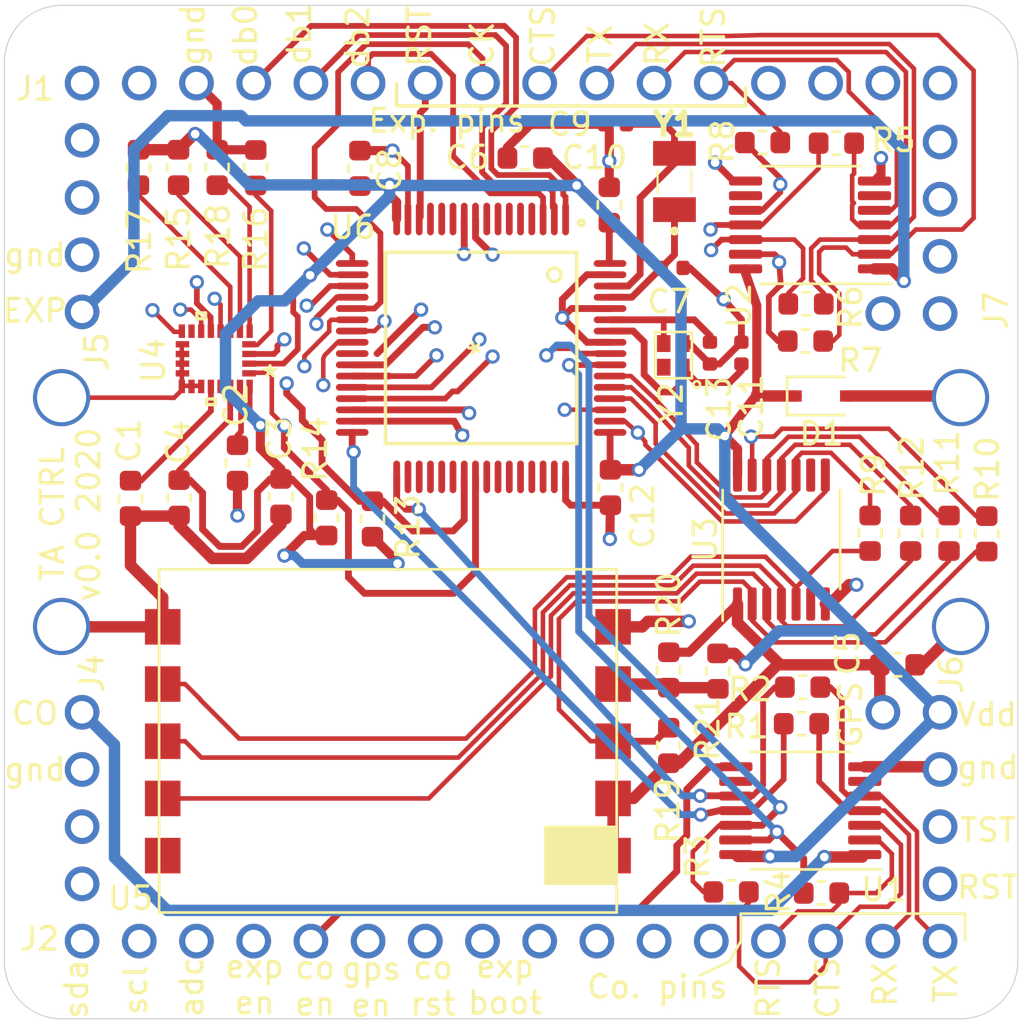
<source format=kicad_pcb>
(kicad_pcb (version 20171130) (host pcbnew "(5.1.5)-3")
  (title_block (title "Tartan Artibeus Control Board") (date 2020-07-23) (rev v0) (company "Carnegie Mellon -- Emily Ruppel"))
  (layers (0 F.Cu signal) (1 In1.Cu power hide) (2 In2.Cu power hide) (31 B.Cu signal hide) (34 B.Paste user) (35 F.Paste user) (36 B.SilkS user) (37 F.SilkS user) (38 B.Mask user) (39 F.Mask user) (44 Edge.Cuts user))
  (net 0 "")
  (net 1 "Net-(C1-Pad1)")
  (net 2 GND)
  (net 3 "Net-(C2-Pad1)")
  (net 4 /GNSS)
  (net 5 "Net-(C7-Pad1)")
  (net 6 "Net-(C9-Pad1)")
  (net 7 "Net-(C11-Pad1)")
  (net 8 "Net-(C13-Pad1)")
  (net 9 "Net-(J1-Pad1)")
  (net 10 "Net-(J1-Pad2)")
  (net 11 /DBG0)
  (net 12 /DBG1)
  (net 13 /DBG2)
  (net 14 /Exp_RST)
  (net 15 /Exp_CK)
  (net 16 /Exp_CTS)
  (net 17 /Exp_TX)
  (net 18 /Exp_RX)
  (net 19 /Exp_RTS)
  (net 20 /Comm_RTS0)
  (net 21 /Comm_CTS0)
  (net 22 /Comm_RX0)
  (net 23 /Comm_TX0)
  (net 24 /Comm_TX1)
  (net 25 /Comm_RX1)
  (net 26 /Comm_CTS1)
  (net 27 /Comm_RTS)
  (net 28 /LP_RX)
  (net 29 /LP_TX)
  (net 30 /LP_RTS)
  (net 31 /LP_CTS)
  (net 32 /EXP_BOOT)
  (net 33 /Comm_RST)
  (net 34 /Gnss_EN)
  (net 35 /Comm_EN)
  (net 36 /Exp_EN)
  (net 37 /adc_int)
  (net 38 /scl)
  (net 39 /sda)
  (net 40 "Net-(J4-Pad4)")
  (net 41 "Net-(J4-Pad3)")
  (net 42 /COMM)
  (net 43 /EXP)
  (net 44 "Net-(J5-Pad3)")
  (net 45 "Net-(J5-Pad4)")
  (net 46 /TST)
  (net 47 /RST)
  (net 48 "Net-(J7-Pad4)")
  (net 49 "Net-(J7-Pad2)")
  (net 50 "Net-(J7-Pad3)")
  (net 51 "Net-(J7-Pad5)")
  (net 52 "Net-(J7-Pad1)")
  (net 53 /Comm_RX1_l)
  (net 54 /Comm_TX1_l)
  (net 55 /Comm_CTS1_l)
  (net 56 /Comm_RTS1_l)
  (net 57 /Exp_RX_l)
  (net 58 /Exp_TX_l)
  (net 59 /Exp_CTS_l)
  (net 60 /Exp_RTS_l)
  (net 61 /GNSS_PPS)
  (net 62 /GNSS_PPS_l)
  (net 63 /GNSS_nRST_l)
  (net 64 /GNSS_nRST)
  (net 65 /GNSS_TX)
  (net 66 /GNSS_TX_l)
  (net 67 /GNSS_RX_l)
  (net 68 /GNSS_RX)
  (net 69 "Net-(R15-Pad2)")
  (net 70 "Net-(R16-Pad2)")
  (net 71 "Net-(R17-Pad2)")
  (net 72 "Net-(R18-Pad1)")
  (net 73 "Net-(U1-Pad6)")
  (net 74 "Net-(U1-Pad9)")
  (net 75 "Net-(U2-Pad6)")
  (net 76 "Net-(U2-Pad9)")
  (net 77 "Net-(U3-Pad9)")
  (net 78 "Net-(U3-Pad6)")
  (net 79 "Net-(U5-Pad10)")
  (net 80 "Net-(U6-Pad8)")
  (net 81 "Net-(U6-Pad11)")
  (net 82 "Net-(U6-Pad12)")
  (net 83 "Net-(U6-Pad13)")
  (net 84 /MCU/DRDY_M)
  (net 85 /MCU/INT_M)
  (net 86 /MCU/INT_AG)
  (net 87 /MCU/DEN_AG)
  (net 88 "Net-(U6-Pad34)")
  (net 89 "Net-(U6-Pad35)")
  (net 90 "Net-(U6-Pad36)")
  (net 91 "Net-(U6-Pad37)")
  (net 92 "Net-(U6-Pad38)")
  (net 93 "Net-(U6-Pad45)")
  (net 94 "Net-(U6-Pad46)")
  (net 95 "Net-(U6-Pad47)")
  (net 96 "Net-(Y2-Pad4)")
  (net 97 "Net-(U4-Pad12)")
  (net 98 /Vdd)
  (net 99 "Net-(U6-Pad41)")
  (net 100 "Net-(U6-Pad42)")
  (net 101 "Net-(U6-Pad43)")
  (net 102 "Net-(U6-Pad6)")
  (net 103 "Net-(U6-Pad4)")
  (net 104 "Net-(U6-Pad5)")
  (net 105 "Net-(U6-Pad7)")
  (net 106 "Net-(U6-Pad44)")
  (net 107 "Net-(U6-Pad25)")
  (net 108 /Sensors/Vbackup)
  (module ta-ctrl:R_0603_1608Metric_ctrl_cpy (layer F.Cu) (at 164.1856 115.062 270)
    (fp_text reference R21 (at 2.54 0.4572 90) (layer F.SilkS))
    (fp_text value DNP)
    (pad 2 smd roundrect (at 0.7875 0 270) (size 0.875 0.95) (layers F.Cu F.Paste F.Mask) (net 108 /Sensors/Vbackup))
    (pad 1 smd roundrect (at -0.7875 0 270) (size 0.875 0.95) (layers F.Cu F.Paste F.Mask) (net 98 /Vdd))
  )
  (module ta-ctrl:R_0603_1608Metric_ctrl_cpy (layer F.Cu) (at 162.0012 115.0112 270)
    (fp_text reference R20 (at -2.8956 0 90) (layer F.SilkS))
    (fp_text value DNP)
    (pad 2 smd roundrect (at 0.7875 0 270) (size 0.875 0.95) (layers F.Cu F.Paste F.Mask) (net 108 /Sensors/Vbackup))
    (pad 1 smd roundrect (at -0.7875 0 270) (size 0.875 0.95) (layers F.Cu F.Paste F.Mask) (net 4 /GNSS))
  )
  (module ta-ctrl:LSM9DS1TRL (layer F.Cu) (at 141.8844 101.1936 180)
    (fp_text reference U4 (at 2.7686 -0.0762 90) (layer F.SilkS))
    (fp_text value LSM9DS1 hide)
    (fp_text user * (at -2.412001 -0.86) (layer F.SilkS))
    (fp_text user * (at -2.412001 -0.86) (layer F.SilkS))
    (pad 1 smd rect (at -1.505001 -1.227 180) (size 0.2808 0.6) (layers F.Cu F.Paste F.Mask) (net 98 /Vdd))
    (pad 24 smd rect (at -1.074999 -1.227 180) (size 0.2808 0.6) (layers F.Cu F.Paste F.Mask) (net 3 "Net-(C2-Pad1)"))
    (pad 23 smd rect (at -0.645 -1.227 180) (size 0.2808 0.6) (layers F.Cu F.Paste F.Mask) (net 98 /Vdd))
    (pad 22 smd rect (at -0.215001 -1.227 180) (size 0.2808 0.6) (layers F.Cu F.Paste F.Mask) (net 98 /Vdd))
    (pad 21 smd rect (at 0.215001 -1.227 180) (size 0.2808 0.6) (layers F.Cu F.Paste F.Mask) (net 1 "Net-(C1-Pad1)"))
    (pad 20 smd rect (at 0.645 -1.227 180) (size 0.2808 0.6) (layers F.Cu F.Paste F.Mask) (net 2 GND))
    (pad 19 smd rect (at 1.074999 -1.227 180) (size 0.2808 0.6) (layers F.Cu F.Paste F.Mask) (net 2 GND))
    (pad 18 smd rect (at 1.505001 -1.227 180) (size 0.2808 0.6) (layers F.Cu F.Paste F.Mask) (net 2 GND))
    (pad 17 smd rect (at 1.477 -0.645 270) (size 0.2808 0.6) (layers F.Cu F.Paste F.Mask) (net 2 GND))
    (pad 16 smd rect (at 1.477 -0.215001 270) (size 0.2808 0.6) (layers F.Cu F.Paste F.Mask) (net 2 GND))
    (pad 15 smd rect (at 1.477 0.215001 270) (size 0.2808 0.6) (layers F.Cu F.Paste F.Mask) (net 2 GND))
    (pad 14 smd rect (at 1.477 0.645 270) (size 0.2808 0.6) (layers F.Cu F.Paste F.Mask) (net 2 GND))
    (pad 13 smd rect (at 1.505001 1.227 180) (size 0.2808 0.6) (layers F.Cu F.Paste F.Mask) (net 87 /MCU/DEN_AG))
    (pad 12 smd rect (at 1.074999 1.227 180) (size 0.2808 0.6) (layers F.Cu F.Paste F.Mask) (net 97 "Net-(U4-Pad12)"))
    (pad 11 smd rect (at 0.645 1.227 180) (size 0.2808 0.6) (layers F.Cu F.Paste F.Mask) (net 86 /MCU/INT_AG))
    (pad 10 smd rect (at 0.215001 1.227 180) (size 0.2808 0.6) (layers F.Cu F.Paste F.Mask) (net 85 /MCU/INT_M))
    (pad 9 smd rect (at -0.215001 1.227 180) (size 0.2808 0.6) (layers F.Cu F.Paste F.Mask) (net 84 /MCU/DRDY_M))
    (pad 8 smd rect (at -0.645 1.227 180) (size 0.2808 0.6) (layers F.Cu F.Paste F.Mask) (net 71 "Net-(R17-Pad2)"))
    (pad 7 smd rect (at -1.074999 1.227 180) (size 0.2808 0.6) (layers F.Cu F.Paste F.Mask) (net 69 "Net-(R15-Pad2)"))
    (pad 6 smd rect (at -1.505001 1.227 180) (size 0.2808 0.6) (layers F.Cu F.Paste F.Mask) (net 72 "Net-(R18-Pad1)"))
    (pad 5 smd rect (at -1.477 0.645 270) (size 0.2808 0.6) (layers F.Cu F.Paste F.Mask) (net 70 "Net-(R16-Pad2)"))
    (pad 4 smd rect (at -1.477 0.215001 270) (size 0.2808 0.6) (layers F.Cu F.Paste F.Mask) (net 39 /sda))
    (pad 3 smd rect (at -1.477 -0.215001 270) (size 0.2808 0.6) (layers F.Cu F.Paste F.Mask) (net 98 /Vdd))
    (pad 2 smd rect (at -1.477 -0.645 270) (size 0.2808 0.6) (layers F.Cu F.Paste F.Mask) (net 38 /scl))
  )
  (module ta-ctrl:ECX-1247 (layer F.Cu) (at 162.2044 101.0412 90)
    (fp_text reference Y2 (at -2.1082 -0.1016 270) (layer F.SilkS))
    (fp_text value 24MHz)
    (pad 4 smd rect (at -0.525 -0.425 90) (size 0.75 0.6) (layers F.Cu F.Paste F.Mask) (net 96 "Net-(Y2-Pad4)"))
    (pad 3 smd rect (at 0.525 -0.425 90) (size 0.75 0.6) (layers F.Cu F.Paste F.Mask) (net 8 "Net-(C13-Pad1)"))
    (pad 2 smd rect (at 0.525 0.425 90) (size 0.75 0.6) (layers F.Cu F.Paste F.Mask) (net 2 GND))
    (pad 1 smd rect (at -0.525 0.425 90) (size 0.75 0.6) (layers F.Cu F.Paste F.Mask) (net 7 "Net-(C11-Pad1)"))
  )
  (module ta-ctrl:MSP430FR5994IPM (layer F.Cu) (at 153.67 100.711 270)
    (fp_text reference U6 (at -5.3594 5.6896 180) (layer F.SilkS))
    (fp_text value MSP430FR5994IPM hide)
    (fp_text user * (at 0 0 90) (layer F.SilkS))
    (pad 64 smd oval (at -3.75 -5.725 270) (size 0.299999 1.45) (layers F.Cu F.Paste F.Mask) (net 98 /Vdd))
    (pad 63 smd oval (at -3.250001 -5.725 270) (size 0.299999 1.45) (layers F.Cu F.Paste F.Mask) (net 2 GND))
    (pad 62 smd oval (at -2.75 -5.725 270) (size 0.299999 1.45) (layers F.Cu F.Paste F.Mask) (net 6 "Net-(C9-Pad1)"))
    (pad 61 smd oval (at -2.250001 -5.725 270) (size 0.299999 1.45) (layers F.Cu F.Paste F.Mask) (net 5 "Net-(C7-Pad1)"))
    (pad 60 smd oval (at -1.749999 -5.725 270) (size 0.299999 1.45) (layers F.Cu F.Paste F.Mask) (net 2 GND))
    (pad 59 smd oval (at -1.25 -5.725 270) (size 0.299999 1.45) (layers F.Cu F.Paste F.Mask) (net 8 "Net-(C13-Pad1)"))
    (pad 58 smd oval (at -0.750001 -5.725 270) (size 0.299999 1.45) (layers F.Cu F.Paste F.Mask) (net 7 "Net-(C11-Pad1)"))
    (pad 57 smd oval (at -0.25 -5.725 270) (size 0.299999 1.45) (layers F.Cu F.Paste F.Mask) (net 2 GND))
    (pad 56 smd oval (at 0.25 -5.725 270) (size 0.299999 1.45) (layers F.Cu F.Paste F.Mask) (net 55 /Comm_CTS1_l))
    (pad 55 smd oval (at 0.750001 -5.725 270) (size 0.299999 1.45) (layers F.Cu F.Paste F.Mask) (net 56 /Comm_RTS1_l))
    (pad 54 smd oval (at 1.25 -5.725 270) (size 0.299999 1.45) (layers F.Cu F.Paste F.Mask) (net 66 /GNSS_TX_l))
    (pad 53 smd oval (at 1.749999 -5.725 270) (size 0.299999 1.45) (layers F.Cu F.Paste F.Mask) (net 67 /GNSS_RX_l))
    (pad 52 smd oval (at 2.250001 -5.725 270) (size 0.299999 1.45) (layers F.Cu F.Paste F.Mask) (net 62 /GNSS_PPS_l))
    (pad 51 smd oval (at 2.75 -5.725 270) (size 0.299999 1.45) (layers F.Cu F.Paste F.Mask) (net 63 /GNSS_nRST_l))
    (pad 50 smd oval (at 3.250001 -5.725 270) (size 0.299999 1.45) (layers F.Cu F.Paste F.Mask) (net 34 /Gnss_EN))
    (pad 49 smd oval (at 3.75 -5.725 270) (size 0.299999 1.45) (layers F.Cu F.Paste F.Mask) (net 98 /Vdd))
    (pad 48 smd oval (at 5.725 -3.75) (size 0.299999 1.45) (layers F.Cu F.Paste F.Mask) (net 2 GND))
    (pad 47 smd oval (at 5.725 -3.250001) (size 0.299999 1.45) (layers F.Cu F.Paste F.Mask) (net 95 "Net-(U6-Pad47)"))
    (pad 46 smd oval (at 5.725 -2.75) (size 0.299999 1.45) (layers F.Cu F.Paste F.Mask) (net 94 "Net-(U6-Pad46)"))
    (pad 45 smd oval (at 5.725 -2.250001) (size 0.299999 1.45) (layers F.Cu F.Paste F.Mask) (net 93 "Net-(U6-Pad45)"))
    (pad 44 smd oval (at 5.725 -1.749999) (size 0.299999 1.45) (layers F.Cu F.Paste F.Mask) (net 106 "Net-(U6-Pad44)"))
    (pad 43 smd oval (at 5.725 -1.25) (size 0.299999 1.45) (layers F.Cu F.Paste F.Mask) (net 101 "Net-(U6-Pad43)"))
    (pad 42 smd oval (at 5.725 -0.750001) (size 0.299999 1.45) (layers F.Cu F.Paste F.Mask) (net 100 "Net-(U6-Pad42)"))
    (pad 41 smd oval (at 5.725 -0.25) (size 0.299999 1.45) (layers F.Cu F.Paste F.Mask) (net 99 "Net-(U6-Pad41)"))
    (pad 40 smd oval (at 5.725 0.25) (size 0.299999 1.45) (layers F.Cu F.Paste F.Mask) (net 38 /scl))
    (pad 39 smd oval (at 5.725 0.750001) (size 0.299999 1.45) (layers F.Cu F.Paste F.Mask) (net 39 /sda))
    (pad 38 smd oval (at 5.725 1.25) (size 0.299999 1.45) (layers F.Cu F.Paste F.Mask) (net 92 "Net-(U6-Pad38)"))
    (pad 37 smd oval (at 5.725 1.749999) (size 0.299999 1.45) (layers F.Cu F.Paste F.Mask) (net 91 "Net-(U6-Pad37)"))
    (pad 36 smd oval (at 5.725 2.250001) (size 0.299999 1.45) (layers F.Cu F.Paste F.Mask) (net 90 "Net-(U6-Pad36)"))
    (pad 35 smd oval (at 5.725 2.75) (size 0.299999 1.45) (layers F.Cu F.Paste F.Mask) (net 89 "Net-(U6-Pad35)"))
    (pad 34 smd oval (at 5.725 3.250001) (size 0.299999 1.45) (layers F.Cu F.Paste F.Mask) (net 88 "Net-(U6-Pad34)"))
    (pad 33 smd oval (at 5.725 3.75) (size 0.299999 1.45) (layers F.Cu F.Paste F.Mask) (net 54 /Comm_TX1_l))
    (pad 32 smd oval (at 3.75 5.725 270) (size 0.299999 1.45) (layers F.Cu F.Paste F.Mask) (net 53 /Comm_RX1_l))
    (pad 31 smd oval (at 3.250001 5.725 270) (size 0.299999 1.45) (layers F.Cu F.Paste F.Mask) (net 47 /RST))
    (pad 30 smd oval (at 2.75 5.725 270) (size 0.299999 1.45) (layers F.Cu F.Paste F.Mask) (net 46 /TST))
    (pad 29 smd oval (at 2.250001 5.725 270) (size 0.299999 1.45) (layers F.Cu F.Paste F.Mask) (net 58 /Exp_TX_l))
    (pad 28 smd oval (at 1.749999 5.725 270) (size 0.299999 1.45) (layers F.Cu F.Paste F.Mask) (net 57 /Exp_RX_l))
    (pad 27 smd oval (at 1.25 5.725 270) (size 0.299999 1.45) (layers F.Cu F.Paste F.Mask) (net 32 /EXP_BOOT))
    (pad 26 smd oval (at 0.750001 5.725 270) (size 0.299999 1.45) (layers F.Cu F.Paste F.Mask) (net 33 /Comm_RST))
    (pad 25 smd oval (at 0.25 5.725 270) (size 0.299999 1.45) (layers F.Cu F.Paste F.Mask) (net 107 "Net-(U6-Pad25)"))
    (pad 24 smd oval (at -0.25 5.725 270) (size 0.299999 1.45) (layers F.Cu F.Paste F.Mask) (net 36 /Exp_EN))
    (pad 23 smd oval (at -0.750001 5.725 270) (size 0.299999 1.45) (layers F.Cu F.Paste F.Mask) (net 35 /Comm_EN))
    (pad 22 smd oval (at -1.25 5.725 270) (size 0.299999 1.45) (layers F.Cu F.Paste F.Mask) (net 37 /adc_int))
    (pad 21 smd oval (at -1.749999 5.725 270) (size 0.299999 1.45) (layers F.Cu F.Paste F.Mask) (net 15 /Exp_CK))
    (pad 20 smd oval (at -2.250001 5.725 270) (size 0.299999 1.45) (layers F.Cu F.Paste F.Mask) (net 84 /MCU/DRDY_M))
    (pad 19 smd oval (at -2.75 5.725 270) (size 0.299999 1.45) (layers F.Cu F.Paste F.Mask) (net 85 /MCU/INT_M))
    (pad 18 smd oval (at -3.250001 5.725 270) (size 0.299999 1.45) (layers F.Cu F.Paste F.Mask) (net 86 /MCU/INT_AG))
    (pad 17 smd oval (at -3.75 5.725 270) (size 0.299999 1.45) (layers F.Cu F.Paste F.Mask) (net 87 /MCU/DEN_AG))
    (pad 16 smd oval (at -5.725 3.75) (size 0.299999 1.45) (layers F.Cu F.Paste F.Mask) (net 98 /Vdd))
    (pad 15 smd oval (at -5.725 3.250001) (size 0.299999 1.45) (layers F.Cu F.Paste F.Mask) (net 2 GND))
    (pad 14 smd oval (at -5.725 2.75) (size 0.299999 1.45) (layers F.Cu F.Paste F.Mask) (net 14 /Exp_RST))
    (pad 13 smd oval (at -5.725 2.250001) (size 0.299999 1.45) (layers F.Cu F.Paste F.Mask) (net 83 "Net-(U6-Pad13)"))
    (pad 12 smd oval (at -5.725 1.749999) (size 0.299999 1.45) (layers F.Cu F.Paste F.Mask) (net 82 "Net-(U6-Pad12)"))
    (pad 11 smd oval (at -5.725 1.25) (size 0.299999 1.45) (layers F.Cu F.Paste F.Mask) (net 81 "Net-(U6-Pad11)"))
    (pad 10 smd oval (at -5.725 0.750001) (size 0.299999 1.45) (layers F.Cu F.Paste F.Mask) (net 59 /Exp_CTS_l))
    (pad 9 smd oval (at -5.725 0.25) (size 0.299999 1.45) (layers F.Cu F.Paste F.Mask) (net 60 /Exp_RTS_l))
    (pad 8 smd oval (at -5.725 -0.25) (size 0.299999 1.45) (layers F.Cu F.Paste F.Mask) (net 80 "Net-(U6-Pad8)"))
    (pad 7 smd oval (at -5.725 -0.750001) (size 0.299999 1.45) (layers F.Cu F.Paste F.Mask) (net 105 "Net-(U6-Pad7)"))
    (pad 6 smd oval (at -5.725 -1.25) (size 0.299999 1.45) (layers F.Cu F.Paste F.Mask) (net 102 "Net-(U6-Pad6)"))
    (pad 5 smd oval (at -5.725 -1.749999) (size 0.299999 1.45) (layers F.Cu F.Paste F.Mask) (net 104 "Net-(U6-Pad5)"))
    (pad 4 smd oval (at -5.725 -2.250001) (size 0.299999 1.45) (layers F.Cu F.Paste F.Mask) (net 103 "Net-(U6-Pad4)"))
    (pad 3 smd oval (at -5.725 -2.75) (size 0.299999 1.45) (layers F.Cu F.Paste F.Mask) (net 13 /DBG2))
    (pad 2 smd oval (at -5.725 -3.250001) (size 0.299999 1.45) (layers F.Cu F.Paste F.Mask) (net 12 /DBG1))
    (pad 1 smd oval (at -5.725 -3.75) (size 0.299999 1.45) (layers F.Cu F.Paste F.Mask) (net 11 /DBG0))
  )
  (module ta-ctrl:TSSOP-14 (layer F.Cu) (at 168.275 95.25 180)
    (fp_text reference U2 (at 3.1496 -3.5814 90) (layer F.SilkS))
    (fp_text value LSF0204)
    (pad 1 smd roundrect (at -2.8625 -1.95 180) (size 1.475 0.4) (layers F.Cu F.Paste F.Mask) (net 43 /EXP))
    (pad 2 smd roundrect (at -2.8625 -1.3 180) (size 1.475 0.4) (layers F.Cu F.Paste F.Mask) (net 16 /Exp_CTS))
    (pad 3 smd roundrect (at -2.8625 -0.65 180) (size 1.475 0.4) (layers F.Cu F.Paste F.Mask) (net 17 /Exp_TX))
    (pad 4 smd roundrect (at -2.8625 0 180) (size 1.475 0.4) (layers F.Cu F.Paste F.Mask) (net 18 /Exp_RX))
    (pad 5 smd roundrect (at -2.8625 0.65 180) (size 1.475 0.4) (layers F.Cu F.Paste F.Mask) (net 19 /Exp_RTS))
    (pad 6 smd roundrect (at -2.8625 1.3 180) (size 1.475 0.4) (layers F.Cu F.Paste F.Mask) (net 75 "Net-(U2-Pad6)"))
    (pad 7 smd roundrect (at -2.8625 1.95 180) (size 1.475 0.4) (layers F.Cu F.Paste F.Mask) (net 2 GND))
    (pad 8 smd roundrect (at 2.8625 1.95 180) (size 1.475 0.4) (layers F.Cu F.Paste F.Mask) (net 36 /Exp_EN))
    (pad 9 smd roundrect (at 2.8625 1.3 180) (size 1.475 0.4) (layers F.Cu F.Paste F.Mask) (net 76 "Net-(U2-Pad9)"))
    (pad 10 smd roundrect (at 2.8625 0.65 180) (size 1.475 0.4) (layers F.Cu F.Paste F.Mask) (net 60 /Exp_RTS_l))
    (pad 11 smd roundrect (at 2.8625 0 180) (size 1.475 0.4) (layers F.Cu F.Paste F.Mask) (net 57 /Exp_RX_l))
    (pad 12 smd roundrect (at 2.8625 -0.65 180) (size 1.475 0.4) (layers F.Cu F.Paste F.Mask) (net 58 /Exp_TX_l))
    (pad 13 smd roundrect (at 2.8625 -1.3 180) (size 1.475 0.4) (layers F.Cu F.Paste F.Mask) (net 59 /Exp_CTS_l))
    (pad 14 smd roundrect (at 2.8625 -1.95 180) (size 1.475 0.4) (layers F.Cu F.Paste F.Mask) (net 98 /Vdd))
  )
  (module ta-ctrl:R_0603_1608Metric_ctrl_cpy (layer F.Cu) (at 167.9448 115.7732)
    (fp_text reference R2 (at -2.3368 0.1016) (layer F.SilkS))
    (fp_text value DNP)
    (pad 2 smd roundrect (at 0.7875 0) (size 0.875 0.95) (layers F.Cu F.Paste F.Mask) (net 24 /Comm_TX1))
    (pad 1 smd roundrect (at -0.7875 0) (size 0.875 0.95) (layers F.Cu F.Paste F.Mask) (net 54 /Comm_TX1_l))
  )
  (module ta-ctrl:C_0603_1608Metric_ctrl_cpy (layer F.Cu) (at 138.0998 107.3912 270)
    (fp_text reference C1 (at -2.5654 0.0762 90) (layer F.SilkS))
    (fp_text value 10nF)
    (pad 1 smd roundrect (at -0.7875 0 270) (size 0.875 0.95) (layers F.Cu F.Paste F.Mask) (net 1 "Net-(C1-Pad1)"))
    (pad 2 smd roundrect (at 0.7875 0 270) (size 0.875 0.95) (layers F.Cu F.Paste F.Mask) (net 2 GND))
  )
  (module ta-ctrl:C_0603_1608Metric_ctrl_cpy (layer F.Cu) (at 142.8496 105.8164 270)
    (fp_text reference C2 (at -2.5654 0.0762 90) (layer F.SilkS))
    (fp_text value 100nF)
    (pad 2 smd roundrect (at 0.7875 0 270) (size 0.875 0.95) (layers F.Cu F.Paste F.Mask) (net 2 GND))
    (pad 1 smd roundrect (at -0.7875 0 270) (size 0.875 0.95) (layers F.Cu F.Paste F.Mask) (net 3 "Net-(C2-Pad1)"))
  )
  (module ta-ctrl:C_0603_1608Metric_ctrl_cpy (layer F.Cu) (at 144.78 107.315 270)
    (fp_text reference C3 (at -2.5654 0.0762 90) (layer F.SilkS))
    (fp_text value 10uF)
    (pad 1 smd roundrect (at -0.7875 0 270) (size 0.875 0.95) (layers F.Cu F.Paste F.Mask) (net 98 /Vdd))
    (pad 2 smd roundrect (at 0.7875 0 270) (size 0.875 0.95) (layers F.Cu F.Paste F.Mask) (net 2 GND))
  )
  (module ta-ctrl:C_0603_1608Metric_ctrl_cpy (layer F.Cu) (at 140.2588 107.3658 270)
    (fp_text reference C4 (at -2.4638 0.0254 90) (layer F.SilkS))
    (fp_text value 100nF)
    (pad 2 smd roundrect (at 0.7875 0 270) (size 0.875 0.95) (layers F.Cu F.Paste F.Mask) (net 2 GND))
    (pad 1 smd roundrect (at -0.7875 0 270) (size 0.875 0.95) (layers F.Cu F.Paste F.Mask) (net 98 /Vdd))
  )
  (module ta-ctrl:C_0603_1608Metric_ctrl_cpy (layer F.Cu) (at 172.1612 114.7826)
    (fp_text reference C5 (at -2.2098 -0.508 90) (layer F.SilkS))
    (fp_text value 2.2uF)
    (pad 1 smd roundrect (at -0.7875 0) (size 0.875 0.95) (layers F.Cu F.Paste F.Mask) (net 4 /GNSS))
    (pad 2 smd roundrect (at 0.7875 0) (size 0.875 0.95) (layers F.Cu F.Paste F.Mask) (net 2 GND))
  )
  (module ta-ctrl:C_0603_1608Metric_ctrl_cpy (layer F.Cu) (at 155.6258 92.2782 180)
    (fp_text reference C6 (at 2.5654 0.0254) (layer F.SilkS))
    (fp_text value 10uF)
    (pad 2 smd roundrect (at 0.7875 0 180) (size 0.875 0.95) (layers F.Cu F.Paste F.Mask) (net 2 GND))
    (pad 1 smd roundrect (at -0.7875 0 180) (size 0.875 0.95) (layers F.Cu F.Paste F.Mask) (net 98 /Vdd))
  )
  (module ta-ctrl:C_0402_1005Metric (layer F.Cu) (at 162.1536 97.155)
    (fp_text reference C7 (at -0.127 1.4986) (layer F.SilkS))
    (fp_text value 8pF)
    (pad 2 smd roundrect (at 0.485 0) (size 0.59 0.64) (layers F.Cu F.Paste F.Mask) (net 2 GND))
    (pad 1 smd roundrect (at -0.485 0) (size 0.59 0.64) (layers F.Cu F.Paste F.Mask) (net 5 "Net-(C7-Pad1)"))
  )
  (module ta-ctrl:C_0603_1608Metric_ctrl_cpy (layer F.Cu) (at 148.2852 92.7354 90)
    (fp_text reference C8 (at -0.0762 1.3208 90) (layer F.SilkS))
    (fp_text value 100nF)
    (pad 1 smd roundrect (at -0.7875 0 90) (size 0.875 0.95) (layers F.Cu F.Paste F.Mask) (net 98 /Vdd))
    (pad 2 smd roundrect (at 0.7875 0 90) (size 0.875 0.95) (layers F.Cu F.Paste F.Mask) (net 2 GND))
  )
  (module ta-ctrl:C_0402_1005Metric (layer F.Cu) (at 159.639 90.7796 180)
    (fp_text reference C9 (at 2.032 0) (layer F.SilkS))
    (fp_text value 8pF)
    (pad 1 smd roundrect (at -0.485 0 180) (size 0.59 0.64) (layers F.Cu F.Paste F.Mask) (net 6 "Net-(C9-Pad1)"))
    (pad 2 smd roundrect (at 0.485 0 180) (size 0.59 0.64) (layers F.Cu F.Paste F.Mask) (net 2 GND))
  )
  (module ta-ctrl:C_0603_1608Metric_ctrl_cpy (layer F.Cu) (at 159.3596 94.361 90)
    (fp_text reference C10 (at 2.1082 -0.6604 180) (layer F.SilkS))
    (fp_text value 100nF)
    (pad 2 smd roundrect (at 0.7875 0 90) (size 0.875 0.95) (layers F.Cu F.Paste F.Mask) (net 2 GND))
    (pad 1 smd roundrect (at -0.7875 0 90) (size 0.875 0.95) (layers F.Cu F.Paste F.Mask) (net 98 /Vdd))
  )
  (module ta-ctrl:C_0402_1005Metric (layer F.Cu) (at 165.227 100.9396 90)
    (fp_text reference C11 (at -2.3876 0.4318 270) (layer F.SilkS))
    (fp_text value 4pF)
    (pad 2 smd roundrect (at 0.485 0 90) (size 0.59 0.64) (layers F.Cu F.Paste F.Mask) (net 2 GND))
    (pad 1 smd roundrect (at -0.485 0 90) (size 0.59 0.64) (layers F.Cu F.Paste F.Mask) (net 7 "Net-(C11-Pad1)"))
  )
  (module ta-ctrl:C_0603_1608Metric_ctrl_cpy (layer F.Cu) (at 159.4104 106.9086 270)
    (fp_text reference C12 (at 1.27 -1.43 90) (layer F.SilkS))
    (fp_text value 100nF)
    (pad 1 smd roundrect (at -0.7875 0 270) (size 0.875 0.95) (layers F.Cu F.Paste F.Mask) (net 98 /Vdd))
    (pad 2 smd roundrect (at 0.7875 0 270) (size 0.875 0.95) (layers F.Cu F.Paste F.Mask) (net 2 GND))
  )
  (module ta-ctrl:C_0402_1005Metric (layer F.Cu) (at 163.83 100.9396 270)
    (fp_text reference C13 (at 2.4892 -0.4064 90) (layer F.SilkS))
    (fp_text value 4pF)
    (pad 1 smd roundrect (at -0.485 0 270) (size 0.59 0.64) (layers F.Cu F.Paste F.Mask) (net 8 "Net-(C13-Pad1)"))
    (pad 2 smd roundrect (at 0.485 0 270) (size 0.59 0.64) (layers F.Cu F.Paste F.Mask) (net 2 GND))
  )
  (module ta-ctrl:D_SOD-323F (layer F.Cu) (at 168.7576 102.8446)
    (fp_text reference D1 (at 0.0254 1.6764) (layer F.SilkS))
    (fp_text value 3.3V)
    (pad 1 smd rect (at -1.1 0) (size 0.5 0.5) (layers F.Cu F.Paste F.Mask) (net 98 /Vdd))
    (pad 2 smd rect (at 1.1 0) (size 0.5 0.5) (layers F.Cu F.Paste F.Mask) (net 2 GND))
  )
  (module ta-ctrl:PinSocket_1x16_TartanArtibeus_ctrl_cpy (layer F.Cu) (at 155 88.95)
    (fp_text reference J1 (at -21.142 0.2548) (layer F.SilkS))
    (fp_text value PinSocket_16_ctrl)
    (pad 1 thru_hole circle (at -19.05 0) (size 1.54 1.54) (drill 1) (layers *.Cu *.Mask) (net 9 "Net-(J1-Pad1)"))
    (pad 2 thru_hole circle (at -16.51 0) (size 1.54 1.54) (drill 1) (layers *.Cu *.Mask) (net 10 "Net-(J1-Pad2)"))
    (pad 3 thru_hole circle (at -13.97 0) (size 1.54 1.54) (drill 1) (layers *.Cu *.Mask) (net 2 GND))
    (pad 4 thru_hole circle (at -11.43 0) (size 1.54 1.54) (drill 1) (layers *.Cu *.Mask) (net 11 /DBG0))
    (pad 5 thru_hole circle (at -8.89 0) (size 1.54 1.54) (drill 1) (layers *.Cu *.Mask) (net 12 /DBG1))
    (pad 6 thru_hole circle (at -6.35 0) (size 1.54 1.54) (drill 1) (layers *.Cu *.Mask) (net 13 /DBG2))
    (pad 7 thru_hole circle (at -3.81 0) (size 1.54 1.54) (drill 1) (layers *.Cu *.Mask) (net 14 /Exp_RST))
    (pad 8 thru_hole circle (at -1.27 0) (size 1.54 1.54) (drill 1) (layers *.Cu *.Mask) (net 15 /Exp_CK))
    (pad 9 thru_hole circle (at 1.27 0) (size 1.54 1.54) (drill 1) (layers *.Cu *.Mask) (net 16 /Exp_CTS))
    (pad 10 thru_hole circle (at 3.81 0) (size 1.54 1.54) (drill 1) (layers *.Cu *.Mask) (net 17 /Exp_TX))
    (pad 11 thru_hole circle (at 6.35 0) (size 1.54 1.54) (drill 1) (layers *.Cu *.Mask) (net 18 /Exp_RX))
    (pad 12 thru_hole circle (at 8.89 0) (size 1.54 1.54) (drill 1) (layers *.Cu *.Mask) (net 19 /Exp_RTS))
    (pad 13 thru_hole circle (at 11.43 0) (size 1.54 1.54) (drill 1) (layers *.Cu *.Mask) (net 20 /Comm_RTS0))
    (pad 14 thru_hole circle (at 13.97 0) (size 1.54 1.54) (drill 1) (layers *.Cu *.Mask) (net 21 /Comm_CTS0))
    (pad 15 thru_hole circle (at 16.51 0) (size 1.54 1.54) (drill 1) (layers *.Cu *.Mask) (net 22 /Comm_RX0))
    (pad 16 thru_hole circle (at 19.05 0) (size 1.54 1.54) (drill 1) (layers *.Cu *.Mask) (net 23 /Comm_TX0))
  )
  (module ta-ctrl:PinSocket_1x16_TartanArtibeus_ctrl_cpy (layer F.Cu) (at 155 127.05)
    (fp_text reference J2 (at -20.9388 -0.1008) (layer F.SilkS))
    (fp_text value PinSocket_16_ctrl)
    (pad 16 thru_hole circle (at 19.05 0) (size 1.54 1.54) (drill 1) (layers *.Cu *.Mask) (net 24 /Comm_TX1))
    (pad 15 thru_hole circle (at 16.51 0) (size 1.54 1.54) (drill 1) (layers *.Cu *.Mask) (net 25 /Comm_RX1))
    (pad 14 thru_hole circle (at 13.97 0) (size 1.54 1.54) (drill 1) (layers *.Cu *.Mask) (net 26 /Comm_CTS1))
    (pad 13 thru_hole circle (at 11.43 0) (size 1.54 1.54) (drill 1) (layers *.Cu *.Mask) (net 27 /Comm_RTS))
    (pad 12 thru_hole circle (at 8.89 0) (size 1.54 1.54) (drill 1) (layers *.Cu *.Mask) (net 28 /LP_RX))
    (pad 11 thru_hole circle (at 6.35 0) (size 1.54 1.54) (drill 1) (layers *.Cu *.Mask) (net 29 /LP_TX))
    (pad 10 thru_hole circle (at 3.81 0) (size 1.54 1.54) (drill 1) (layers *.Cu *.Mask) (net 30 /LP_RTS))
    (pad 9 thru_hole circle (at 1.27 0) (size 1.54 1.54) (drill 1) (layers *.Cu *.Mask) (net 31 /LP_CTS))
    (pad 8 thru_hole circle (at -1.27 0) (size 1.54 1.54) (drill 1) (layers *.Cu *.Mask) (net 32 /EXP_BOOT))
    (pad 7 thru_hole circle (at -3.81 0) (size 1.54 1.54) (drill 1) (layers *.Cu *.Mask) (net 33 /Comm_RST))
    (pad 6 thru_hole circle (at -6.35 0) (size 1.54 1.54) (drill 1) (layers *.Cu *.Mask) (net 34 /Gnss_EN))
    (pad 5 thru_hole circle (at -8.89 0) (size 1.54 1.54) (drill 1) (layers *.Cu *.Mask) (net 35 /Comm_EN))
    (pad 4 thru_hole circle (at -11.43 0) (size 1.54 1.54) (drill 1) (layers *.Cu *.Mask) (net 36 /Exp_EN))
    (pad 3 thru_hole circle (at -13.97 0) (size 1.54 1.54) (drill 1) (layers *.Cu *.Mask) (net 37 /adc_int))
    (pad 2 thru_hole circle (at -16.51 0) (size 1.54 1.54) (drill 1) (layers *.Cu *.Mask) (net 38 /scl))
    (pad 1 thru_hole circle (at -19.05 0) (size 1.54 1.54) (drill 1) (layers *.Cu *.Mask) (net 39 /sda))
  )
  (module ta-ctrl:MountingHoles_TartanArtibeus_ctrl_cpy (layer F.Cu) (at 155 108)
    (fp_text reference J3 hide)
    (fp_text value MountingHole_ctrl)
    (pad 4 thru_hole circle (at 19.96 5.08) (size 2.54 2.54) (drill 2.18) (layers *.Cu *.Mask) (net 2 GND))
    (pad 3 thru_hole circle (at -19.96 5.08) (size 2.54 2.54) (drill 2.18) (layers *.Cu *.Mask) (net 2 GND))
    (pad 2 thru_hole circle (at 19.96 -5.08) (size 2.54 2.54) (drill 2.18) (layers *.Cu *.Mask) (net 2 GND))
    (pad 1 thru_hole circle (at -19.96 -5.08) (size 2.54 2.54) (drill 2.18) (layers *.Cu *.Mask) (net 2 GND))
  )
  (module ta-ctrl:PinSocket_1x4_TartanArtibeus_ctrl_cpy (layer F.Cu) (at 135.95 120.7 180)
    (fp_text reference J4 (at -0.448 5.5364 90) (layer F.SilkS))
    (fp_text value PinSocket_4_ctrl)
    (pad 4 thru_hole circle (at 0 -3.81 180) (size 1.54 1.54) (drill 1) (layers *.Cu *.Mask) (net 40 "Net-(J4-Pad4)"))
    (pad 3 thru_hole circle (at 0 -1.27 180) (size 1.54 1.54) (drill 1) (layers *.Cu *.Mask) (net 41 "Net-(J4-Pad3)"))
    (pad 2 thru_hole circle (at 0 1.27 180) (size 1.54 1.54) (drill 1) (layers *.Cu *.Mask) (net 2 GND))
    (pad 1 thru_hole circle (at 0 3.81 180) (size 1.54 1.54) (drill 1) (layers *.Cu *.Mask) (net 42 /COMM))
  )
  (module ta-ctrl:PinSocket_1x4_TartanArtibeus_ctrl_cpy (layer F.Cu) (at 135.95 95.3)
    (fp_text reference J5 (at 0.6512 5.5888 90) (layer F.SilkS))
    (fp_text value PinSocket_4_ctrl)
    (pad 1 thru_hole circle (at 0 3.81) (size 1.54 1.54) (drill 1) (layers *.Cu *.Mask) (net 43 /EXP))
    (pad 2 thru_hole circle (at 0 1.27) (size 1.54 1.54) (drill 1) (layers *.Cu *.Mask) (net 2 GND))
    (pad 3 thru_hole circle (at 0 -1.27) (size 1.54 1.54) (drill 1) (layers *.Cu *.Mask) (net 44 "Net-(J5-Pad3)"))
    (pad 4 thru_hole circle (at 0 -3.81) (size 1.54 1.54) (drill 1) (layers *.Cu *.Mask) (net 45 "Net-(J5-Pad4)"))
  )
  (module ta-ctrl:PinSocket_1x5_right_TartanArtibeus_ctrl_cpy (layer F.Cu) (at 174.05 122.046 180)
    (fp_text reference J6 (at -0.4988 6.8316 90) (layer F.SilkS))
    (fp_text value PinSocket_5_ctrl)
    (pad 4 thru_hole circle (at 0 0.0762 180) (size 1.54 1.54) (drill 1) (layers *.Cu *.Mask) (net 46 /TST))
    (pad 2 thru_hole circle (at 0 5.1562 180) (size 1.54 1.54) (drill 1) (layers *.Cu *.Mask) (net 98 /Vdd))
    (pad 3 thru_hole circle (at 0 2.6162 180) (size 1.54 1.54) (drill 1) (layers *.Cu *.Mask) (net 2 GND))
    (pad 5 thru_hole circle (at 0 -2.4638 180) (size 1.54 1.54) (drill 1) (layers *.Cu *.Mask) (net 47 /RST))
    (pad 1 thru_hole circle (at 2.54 5.1562 180) (size 1.54 1.54) (drill 1) (layers *.Cu *.Mask) (net 4 /GNSS))
  )
  (module ta-ctrl:PinSocket_1x5_left_TartanArtibeus_ctrl_cpy (layer F.Cu) (at 174.05 94.03)
    (fp_text reference J7 (at 2.48 5.03 90) (layer F.SilkS))
    (fp_text value PinSocket_5_ctrl)
    (pad 4 thru_hole circle (at 0 0.0762) (size 1.54 1.54) (drill 1) (layers *.Cu *.Mask) (net 48 "Net-(J7-Pad4)"))
    (pad 2 thru_hole circle (at 0 5.1562) (size 1.54 1.54) (drill 1) (layers *.Cu *.Mask) (net 49 "Net-(J7-Pad2)"))
    (pad 3 thru_hole circle (at 0 2.6162) (size 1.54 1.54) (drill 1) (layers *.Cu *.Mask) (net 50 "Net-(J7-Pad3)"))
    (pad 5 thru_hole circle (at 0 -2.4638) (size 1.54 1.54) (drill 1) (layers *.Cu *.Mask) (net 51 "Net-(J7-Pad5)"))
    (pad 1 thru_hole circle (at -2.54 5.1562) (size 1.54 1.54) (drill 1) (layers *.Cu *.Mask) (net 52 "Net-(J7-Pad1)"))
  )
  (module ta-ctrl:R_0603_1608Metric_ctrl_cpy (layer F.Cu) (at 167.894 117.3988)
    (fp_text reference R1 (at -2.4384 0.127 180) (layer F.SilkS))
    (fp_text value DNP)
    (pad 1 smd roundrect (at -0.7875 0) (size 0.875 0.95) (layers F.Cu F.Paste F.Mask) (net 53 /Comm_RX1_l))
    (pad 2 smd roundrect (at 0.7875 0) (size 0.875 0.95) (layers F.Cu F.Paste F.Mask) (net 25 /Comm_RX1))
  )
  (module ta-ctrl:R_0603_1608Metric_ctrl_cpy (layer F.Cu) (at 164.7698 124.8664)
    (fp_text reference R3 (at -1.4986 -1.5748 90) (layer F.SilkS))
    (fp_text value DNP)
    (pad 1 smd roundrect (at -0.7875 0) (size 0.875 0.95) (layers F.Cu F.Paste F.Mask) (net 55 /Comm_CTS1_l))
    (pad 2 smd roundrect (at 0.7875 0) (size 0.875 0.95) (layers F.Cu F.Paste F.Mask) (net 26 /Comm_CTS1))
  )
  (module ta-ctrl:R_0603_1608Metric_ctrl_cpy (layer F.Cu) (at 168.783 124.9172)
    (fp_text reference R4 (at -1.905 -0.0508 270) (layer F.SilkS))
    (fp_text value DNP)
    (pad 1 smd roundrect (at -0.7875 0) (size 0.875 0.95) (layers F.Cu F.Paste F.Mask) (net 56 /Comm_RTS1_l))
    (pad 2 smd roundrect (at 0.7875 0) (size 0.875 0.95) (layers F.Cu F.Paste F.Mask) (net 27 /Comm_RTS))
  )
  (module ta-ctrl:R_0603_1608Metric_ctrl_cpy (layer F.Cu) (at 169.4434 91.6178)
    (fp_text reference R5 (at 2.54 -0.127 180) (layer F.SilkS))
    (fp_text value DNP)
    (pad 1 smd roundrect (at -0.7875 0) (size 0.875 0.95) (layers F.Cu F.Paste F.Mask) (net 57 /Exp_RX_l))
    (pad 2 smd roundrect (at 0.7875 0) (size 0.875 0.95) (layers F.Cu F.Paste F.Mask) (net 18 /Exp_RX))
  )
  (module ta-ctrl:R_0603_1608Metric_ctrl_cpy (layer F.Cu) (at 168.0972 98.7552)
    (fp_text reference R6 (at 1.9812 0.1524 270) (layer F.SilkS))
    (fp_text value DNP)
    (pad 2 smd roundrect (at 0.7875 0) (size 0.875 0.95) (layers F.Cu F.Paste F.Mask) (net 17 /Exp_TX))
    (pad 1 smd roundrect (at -0.7875 0) (size 0.875 0.95) (layers F.Cu F.Paste F.Mask) (net 58 /Exp_TX_l))
  )
  (module ta-ctrl:R_0603_1608Metric_ctrl_cpy (layer F.Cu) (at 168.0718 100.4062)
    (fp_text reference R7 (at 2.4384 0.8636) (layer F.SilkS))
    (fp_text value DNP)
    (pad 2 smd roundrect (at 0.7875 0) (size 0.875 0.95) (layers F.Cu F.Paste F.Mask) (net 16 /Exp_CTS))
    (pad 1 smd roundrect (at -0.7875 0) (size 0.875 0.95) (layers F.Cu F.Paste F.Mask) (net 59 /Exp_CTS_l))
  )
  (module ta-ctrl:R_0603_1608Metric_ctrl_cpy (layer F.Cu) (at 166.1668 91.5924)
    (fp_text reference R8 (at -1.778 -0.0508 90) (layer F.SilkS))
    (fp_text value DNP)
    (pad 1 smd roundrect (at -0.7875 0) (size 0.875 0.95) (layers F.Cu F.Paste F.Mask) (net 60 /Exp_RTS_l))
    (pad 2 smd roundrect (at 0.7875 0) (size 0.875 0.95) (layers F.Cu F.Paste F.Mask) (net 19 /Exp_RTS))
  )
  (module ta-ctrl:R_0603_1608Metric_ctrl_cpy (layer F.Cu) (at 170.942 108.9406 270)
    (fp_text reference R9 (at -2.5908 -0.1524 90) (layer F.SilkS))
    (fp_text value DNP)
    (pad 2 smd roundrect (at 0.7875 0 270) (size 0.875 0.95) (layers F.Cu F.Paste F.Mask) (net 61 /GNSS_PPS))
    (pad 1 smd roundrect (at -0.7875 0 270) (size 0.875 0.95) (layers F.Cu F.Paste F.Mask) (net 62 /GNSS_PPS_l))
  )
  (module ta-ctrl:R_0603_1608Metric_ctrl_cpy (layer F.Cu) (at 176.1236 108.966 270)
    (fp_text reference R10 (at -2.8702 -0.0254 270) (layer F.SilkS))
    (fp_text value DNP)
    (pad 1 smd roundrect (at -0.7875 0 270) (size 0.875 0.95) (layers F.Cu F.Paste F.Mask) (net 63 /GNSS_nRST_l))
    (pad 2 smd roundrect (at 0.7875 0 270) (size 0.875 0.95) (layers F.Cu F.Paste F.Mask) (net 64 /GNSS_nRST))
  )
  (module ta-ctrl:R_0603_1608Metric_ctrl_cpy (layer F.Cu) (at 174.4472 108.9406 270)
    (fp_text reference R11 (at -3.1242 0.0762 90) (layer F.SilkS))
    (fp_text value DNP)
    (pad 2 smd roundrect (at 0.7875 0 270) (size 0.875 0.95) (layers F.Cu F.Paste F.Mask) (net 65 /GNSS_TX))
    (pad 1 smd roundrect (at -0.7875 0 270) (size 0.875 0.95) (layers F.Cu F.Paste F.Mask) (net 66 /GNSS_TX_l))
  )
  (module ta-ctrl:R_0603_1608Metric_ctrl_cpy (layer F.Cu) (at 172.7454 108.9406 270)
    (fp_text reference R12 (at -2.8956 -0.0508 90) (layer F.SilkS))
    (fp_text value DNP)
    (pad 1 smd roundrect (at -0.7875 0 270) (size 0.875 0.95) (layers F.Cu F.Paste F.Mask) (net 67 /GNSS_RX_l))
    (pad 2 smd roundrect (at 0.7875 0 270) (size 0.875 0.95) (layers F.Cu F.Paste F.Mask) (net 68 /GNSS_RX))
  )
  (module ta-ctrl:R_0603_1608Metric_ctrl_cpy (layer F.Cu) (at 148.844 108.3056 90)
    (fp_text reference R13 (at -0.3556 1.5748 90) (layer F.SilkS))
    (fp_text value 10K)
    (pad 1 smd roundrect (at -0.7875 0 90) (size 0.875 0.95) (layers F.Cu F.Paste F.Mask) (net 98 /Vdd))
    (pad 2 smd roundrect (at 0.7875 0 90) (size 0.875 0.95) (layers F.Cu F.Paste F.Mask) (net 39 /sda))
  )
  (module ta-ctrl:R_0603_1608Metric_ctrl_cpy (layer F.Cu) (at 146.812 108.2548 90)
    (fp_text reference R14 (at 3.048 -0.508 90) (layer F.SilkS))
    (fp_text value 10K)
    (pad 2 smd roundrect (at 0.7875 0 90) (size 0.875 0.95) (layers F.Cu F.Paste F.Mask) (net 38 /scl))
    (pad 1 smd roundrect (at -0.7875 0 90) (size 0.875 0.95) (layers F.Cu F.Paste F.Mask) (net 98 /Vdd))
  )
  (module ta-ctrl:R_0603_1608Metric_ctrl_cpy (layer F.Cu) (at 140.2334 92.6973 270)
    (fp_text reference R15 (at 3.175 0 90) (layer F.SilkS))
    (fp_text value 10k)
    (pad 1 smd roundrect (at -0.7875 0 270) (size 0.875 0.95) (layers F.Cu F.Paste F.Mask) (net 98 /Vdd))
    (pad 2 smd roundrect (at 0.7875 0 270) (size 0.875 0.95) (layers F.Cu F.Paste F.Mask) (net 69 "Net-(R15-Pad2)"))
  )
  (module ta-ctrl:R_0603_1608Metric_ctrl_cpy (layer F.Cu) (at 143.6624 92.71 270)
    (fp_text reference R16 (at 3.175 0 90) (layer F.SilkS))
    (fp_text value DNP)
    (pad 2 smd roundrect (at 0.7875 0 270) (size 0.875 0.95) (layers F.Cu F.Paste F.Mask) (net 70 "Net-(R16-Pad2)"))
    (pad 1 smd roundrect (at -0.7875 0 270) (size 0.875 0.95) (layers F.Cu F.Paste F.Mask) (net 2 GND))
  )
  (module ta-ctrl:R_0603_1608Metric_ctrl_cpy (layer F.Cu) (at 138.4554 92.6973 270)
    (fp_text reference R17 (at 3.2893 -0.0254 90) (layer F.SilkS))
    (fp_text value 10k)
    (pad 2 smd roundrect (at 0.7875 0 270) (size 0.875 0.95) (layers F.Cu F.Paste F.Mask) (net 71 "Net-(R17-Pad2)"))
    (pad 1 smd roundrect (at -0.7875 0 270) (size 0.875 0.95) (layers F.Cu F.Paste F.Mask) (net 98 /Vdd))
  )
  (module ta-ctrl:R_0603_1608Metric_ctrl_cpy (layer F.Cu) (at 141.9479 92.6973 90)
    (fp_text reference R18 (at -3.0607 0.0381 90) (layer F.SilkS))
    (fp_text value DNP)
    (pad 1 smd roundrect (at -0.7875 0 90) (size 0.875 0.95) (layers F.Cu F.Paste F.Mask) (net 72 "Net-(R18-Pad1)"))
    (pad 2 smd roundrect (at 0.7875 0 90) (size 0.875 0.95) (layers F.Cu F.Paste F.Mask) (net 2 GND))
  )
  (module ta-ctrl:R_0603_1608Metric_ctrl_cpy (layer F.Cu) (at 162.0012 118.364 90)
    (fp_text reference R19 (at -2.8956 -0.0508 90) (layer F.SilkS))
    (fp_text value DNP)
    (pad 2 smd roundrect (at 0.7875 0 90) (size 0.875 0.95) (layers F.Cu F.Paste F.Mask) (net 64 /GNSS_nRST))
    (pad 1 smd roundrect (at -0.7875 0 90) (size 0.875 0.95) (layers F.Cu F.Paste F.Mask) (net 4 /GNSS))
  )
  (module ta-ctrl:TSSOP-14 (layer F.Cu) (at 167.8432 121.2596 180)
    (fp_text reference U1 (at -3.7084 -3.5052 180) (layer F.SilkS))
    (fp_text value LSF0204)
    (pad 1 smd roundrect (at -2.8625 -1.95 180) (size 1.475 0.4) (layers F.Cu F.Paste F.Mask) (net 42 /COMM))
    (pad 2 smd roundrect (at -2.8625 -1.3 180) (size 1.475 0.4) (layers F.Cu F.Paste F.Mask) (net 27 /Comm_RTS))
    (pad 3 smd roundrect (at -2.8625 -0.65 180) (size 1.475 0.4) (layers F.Cu F.Paste F.Mask) (net 26 /Comm_CTS1))
    (pad 4 smd roundrect (at -2.8625 0 180) (size 1.475 0.4) (layers F.Cu F.Paste F.Mask) (net 25 /Comm_RX1))
    (pad 5 smd roundrect (at -2.8625 0.65 180) (size 1.475 0.4) (layers F.Cu F.Paste F.Mask) (net 24 /Comm_TX1))
    (pad 6 smd roundrect (at -2.8625 1.3 180) (size 1.475 0.4) (layers F.Cu F.Paste F.Mask) (net 73 "Net-(U1-Pad6)"))
    (pad 7 smd roundrect (at -2.8625 1.95 180) (size 1.475 0.4) (layers F.Cu F.Paste F.Mask) (net 2 GND))
    (pad 8 smd roundrect (at 2.8625 1.95 180) (size 1.475 0.4) (layers F.Cu F.Paste F.Mask) (net 35 /Comm_EN))
    (pad 9 smd roundrect (at 2.8625 1.3 180) (size 1.475 0.4) (layers F.Cu F.Paste F.Mask) (net 74 "Net-(U1-Pad9)"))
    (pad 10 smd roundrect (at 2.8625 0.65 180) (size 1.475 0.4) (layers F.Cu F.Paste F.Mask) (net 54 /Comm_TX1_l))
    (pad 11 smd roundrect (at 2.8625 0 180) (size 1.475 0.4) (layers F.Cu F.Paste F.Mask) (net 53 /Comm_RX1_l))
    (pad 12 smd roundrect (at 2.8625 -0.65 180) (size 1.475 0.4) (layers F.Cu F.Paste F.Mask) (net 55 /Comm_CTS1_l))
    (pad 13 smd roundrect (at 2.8625 -1.3 180) (size 1.475 0.4) (layers F.Cu F.Paste F.Mask) (net 56 /Comm_RTS1_l))
    (pad 14 smd roundrect (at 2.8625 -1.95 180) (size 1.475 0.4) (layers F.Cu F.Paste F.Mask) (net 98 /Vdd))
  )
  (module ta-ctrl:TSSOP-14 (layer F.Cu) (at 167.005 109.22 90)
    (fp_text reference U3 (at 0 -3.3782 90) (layer F.SilkS))
    (fp_text value LSF0204)
    (pad 14 smd roundrect (at 2.8625 -1.95 90) (size 1.475 0.4) (layers F.Cu F.Paste F.Mask) (net 98 /Vdd))
    (pad 13 smd roundrect (at 2.8625 -1.3 90) (size 1.475 0.4) (layers F.Cu F.Paste F.Mask) (net 63 /GNSS_nRST_l))
    (pad 12 smd roundrect (at 2.8625 -0.65 90) (size 1.475 0.4) (layers F.Cu F.Paste F.Mask) (net 66 /GNSS_TX_l))
    (pad 11 smd roundrect (at 2.8625 0 90) (size 1.475 0.4) (layers F.Cu F.Paste F.Mask) (net 67 /GNSS_RX_l))
    (pad 10 smd roundrect (at 2.8625 0.65 90) (size 1.475 0.4) (layers F.Cu F.Paste F.Mask) (net 62 /GNSS_PPS_l))
    (pad 9 smd roundrect (at 2.8625 1.3 90) (size 1.475 0.4) (layers F.Cu F.Paste F.Mask) (net 77 "Net-(U3-Pad9)"))
    (pad 8 smd roundrect (at 2.8625 1.95 90) (size 1.475 0.4) (layers F.Cu F.Paste F.Mask) (net 34 /Gnss_EN))
    (pad 7 smd roundrect (at -2.8625 1.95 90) (size 1.475 0.4) (layers F.Cu F.Paste F.Mask) (net 2 GND))
    (pad 6 smd roundrect (at -2.8625 1.3 90) (size 1.475 0.4) (layers F.Cu F.Paste F.Mask) (net 78 "Net-(U3-Pad6)"))
    (pad 5 smd roundrect (at -2.8625 0.65 90) (size 1.475 0.4) (layers F.Cu F.Paste F.Mask) (net 61 /GNSS_PPS))
    (pad 4 smd roundrect (at -2.8625 0 90) (size 1.475 0.4) (layers F.Cu F.Paste F.Mask) (net 68 /GNSS_RX))
    (pad 3 smd roundrect (at -2.8625 -0.65 90) (size 1.475 0.4) (layers F.Cu F.Paste F.Mask) (net 65 /GNSS_TX))
    (pad 2 smd roundrect (at -2.8625 -1.3 90) (size 1.475 0.4) (layers F.Cu F.Paste F.Mask) (net 64 /GNSS_nRST))
    (pad 1 smd roundrect (at -2.8625 -1.95 90) (size 1.475 0.4) (layers F.Cu F.Paste F.Mask) (net 4 /GNSS))
  )
  (module ta-ctrl:HT-GPS200.20 (layer F.Cu) (at 149.5298 116.2558 180)
    (fp_text reference U5 (at 11.43 -8.89) (layer F.SilkS))
    (fp_text value HT-GPS200.20)
    (pad 1 smd rect (at -10 -7 180) (size 1.58 1.58) (layers F.Cu F.Paste F.Mask) (net 4 /GNSS))
    (pad 2 smd rect (at -10 -4.46 180) (size 1.58 1.58) (layers F.Cu F.Paste F.Mask) (net 4 /GNSS))
    (pad 3 smd rect (at -10 -1.92 180) (size 1.58 1.58) (layers F.Cu F.Paste F.Mask) (net 64 /GNSS_nRST))
    (pad 4 smd rect (at -10 0.62 180) (size 1.58 1.58) (layers F.Cu F.Paste F.Mask) (net 108 /Sensors/Vbackup))
    (pad 5 smd rect (at -10 3.16 180) (size 1.58 1.58) (layers F.Cu F.Paste F.Mask) (net 2 GND))
    (pad 6 smd rect (at 10 3.16 180) (size 1.58 1.58) (layers F.Cu F.Paste F.Mask) (net 2 GND))
    (pad 7 smd rect (at 10 0.62 180) (size 1.58 1.58) (layers F.Cu F.Paste F.Mask) (net 61 /GNSS_PPS))
    (pad 8 smd rect (at 10 -1.92 180) (size 1.58 1.58) (layers F.Cu F.Paste F.Mask) (net 68 /GNSS_RX))
    (pad 9 smd rect (at 10 -4.46 180) (size 1.58 1.58) (layers F.Cu F.Paste F.Mask) (net 65 /GNSS_TX))
    (pad 10 smd rect (at 10 -7 180) (size 1.58 1.58) (layers F.Cu F.Paste F.Mask) (net 79 "Net-(U5-Pad10)"))
  )
  (module ta-ctrl:ECS327934QSTR (layer F.Cu) (at 162.2552 93.3196 90)
    (fp_text reference Y1 (at 2.54 0 180) (layer F.SilkS) (effects (font (size 1.016 1.016) (thickness 0.254))))
    (fp_text value 32.768kHz hide)
    (pad 1 smd rect (at -1.25 0 90) (size 1.1 1.9) (layers F.Cu F.Paste F.Mask) (net 5 "Net-(C7-Pad1)"))
    (pad 2 smd rect (at 1.25 0 90) (size 1.1 1.9) (layers F.Cu F.Paste F.Mask) (net 6 "Net-(C9-Pad1)"))
  )
  (gr_text "TA CTRL\nv0.0 2020" (at 135.4328 108.1024 90) (layer F.SilkS) (effects (font (size 1 1))))
  (gr_text gnd (at 133.858 119.4308) (layer F.SilkS) (effects (font (size 1 1))))
  (gr_text CO (at 133.858 116.9416) (layer F.SilkS) (effects (font (size 1 1))))
  (gr_line (start 164.6936 127.9652) (end 165.2016 127.0508) (layer F.SilkS) (width 0.12))
  (gr_line (start 163.3728 128.5748) (end 164.6936 127.9652) (layer F.SilkS) (width 0.12))
  (gr_text "Co. pins" (at 161.4932 129.0828) (layer F.SilkS) (effects (font (size 1 1))))
  (gr_line (start 165.2016 125.8316) (end 165.2016 127.0508) (layer F.SilkS) (width 0.12))
  (gr_line (start 175.1584 125.8316) (end 165.2016 125.8316) (layer F.SilkS) (width 0.12))
  (gr_line (start 175.1584 127) (end 175.1584 125.8316) (layer F.SilkS) (width 0.12))
  (gr_text TX (at 174.2948 128.9304 90) (layer F.SilkS) (effects (font (size 1 1))))
  (gr_text RX (at 171.6024 128.9812 90) (layer F.SilkS) (effects (font (size 1 1))))
  (gr_text CTS (at 169.0624 129.1336 90) (layer F.SilkS) (effects (font (size 1 1))))
  (gr_text RTS (at 166.4208 129.1336 90) (layer F.SilkS) (effects (font (size 1 1))))
  (gr_text "exp\nboot" (at 154.7368 128.9812) (layer F.SilkS) (effects (font (size 1 1))))
  (gr_text "co\nrst" (at 151.5364 129.032) (layer F.SilkS) (effects (font (size 1 1))))
  (gr_text "gps\nen" (at 148.7932 129.0828) (layer F.SilkS) (effects (font (size 1 1))))
  (gr_text "co\nen" (at 146.304 129.032) (layer F.SilkS) (effects (font (size 1 1))))
  (gr_text "exp\nen" (at 143.6116 128.9812) (layer F.SilkS) (effects (font (size 1 1))))
  (gr_text adc (at 140.8176 129.0828 90) (layer F.SilkS) (effects (font (size 1 1))))
  (gr_text scl (at 138.3284 129.2352 90) (layer F.SilkS) (effects (font (size 1 1))))
  (gr_text sda (at 135.6868 129.1844 90) (layer F.SilkS) (effects (font (size 1 1))))
  (gr_text GPS (at 170.0784 116.9924 90) (layer F.SilkS) (effects (font (size 1 1))))
  (gr_text Vdd (at 176.1236 116.9924) (layer F.SilkS) (effects (font (size 1 1))))
  (gr_text gnd (at 176.1744 119.3292) (layer F.SilkS) (effects (font (size 1 1))))
  (gr_text RST (at 176.1744 124.6632) (layer F.SilkS) (effects (font (size 1 1))))
  (gr_text TST (at 176.1744 122.1232) (layer F.SilkS) (effects (font (size 1 1))))
  (gr_text "Exp. pins" (at 152.146 90.6272) (layer F.SilkS) (effects (font (size 1 1))))
  (gr_line (start 165.4048 89.9668) (end 165.4048 89.154) (layer F.SilkS) (width 0.15))
  (gr_line (start 149.9108 89.9668) (end 165.4048 89.9668) (layer F.SilkS) (width 0.15))
  (gr_line (start 149.9108 88.9508) (end 149.9108 89.9668) (layer F.SilkS) (width 0.15))
  (gr_text RTS (at 163.9824 86.9188 90) (layer F.SilkS) (effects (font (size 1 1))))
  (gr_text RX (at 161.4932 87.2236 90) (layer F.SilkS) (effects (font (size 1 1))))
  (gr_text TX (at 158.9532 87.2236 90) (layer F.SilkS) (effects (font (size 1 1))))
  (gr_text CTS (at 156.4132 86.868 90) (layer F.SilkS) (effects (font (size 1 1))))
  (gr_text CK (at 153.7208 87.2236 90) (layer F.SilkS) (effects (font (size 1 1))))
  (gr_text RST (at 150.9268 86.868 90) (layer F.SilkS) (effects (font (size 1 1))))
  (gr_text db2 (at 148.1836 86.9188 90) (layer F.SilkS) (effects (font (size 1 1))))
  (gr_text db1 (at 145.5928 86.7664 90) (layer F.SilkS) (effects (font (size 1 1))))
  (gr_text db0 (at 143.2052 86.8172 90) (layer F.SilkS) (effects (font (size 1 1))))
  (gr_text gnd (at 140.8684 86.8172 90) (layer F.SilkS) (effects (font (size 1 1))))
  (gr_text gnd (at 133.858 96.5708) (layer F.SilkS) (effects (font (size 1 1))))
  (gr_text EXP (at 133.858 99.06) (layer F.SilkS) (effects (font (size 1 1))))
  (gr_arc (start 174.96 127.96) (end 174.96 130.5) (angle -90) (layer Edge.Cuts) (width 0.05))
  (gr_arc (start 135.04 127.96) (end 132.5 127.96) (angle -90) (layer Edge.Cuts) (width 0.05))
  (gr_arc (start 174.96 88.04) (end 177.5 88.04) (angle -90) (layer Edge.Cuts) (width 0.05))
  (gr_arc (start 135.04 88.04) (end 135.04 85.5) (angle -90) (layer Edge.Cuts) (width 0.05))
  (gr_line (start 177.5 88.04) (end 177.5 127.96) (layer Edge.Cuts) (width 0.05))
  (gr_line (start 135.04 130.5) (end 174.96 130.5) (layer Edge.Cuts) (width 0.05))
  (gr_line (start 132.5 88.04) (end 132.5 127.96) (layer Edge.Cuts) (width 0.05))
  (gr_line (start 135.04 85.5) (end 174.96 85.5) (layer Edge.Cuts) (width 0.05))
  (segment (start 141.669399 103.509101) (end 141.669399 102.9746) (width 0.254) (layer F.Cu) (net 1))
  (segment (start 138.5748 106.6037) (end 141.669399 103.509101) (width 0.254) (layer F.Cu) (net 1))
  (segment (start 141.669399 102.9746) (end 141.669399 102.3936) (width 0.254) (layer F.Cu) (net 1))
  (segment (start 138.0998 106.6037) (end 138.5748 106.6037) (width 0.254) (layer F.Cu) (net 1))
  (segment (start 173.9298 119.3096) (end 174.05 119.4298) (width 0.508) (layer F.Cu) (net 2))
  (segment (start 170.7057 119.3096) (end 173.9298 119.3096) (width 0.508) (layer F.Cu) (net 2))
  (segment (start 139.514 113.08) (end 139.5298 113.0958) (width 0.508) (layer F.Cu) (net 2))
  (segment (start 140.379399 102.5802) (end 140.379399 102.3936) (width 0.2032) (layer F.Cu) (net 2))
  (segment (start 140.035799 102.9238) (end 140.379399 102.5802) (width 0.2032) (layer F.Cu) (net 2))
  (segment (start 139.856799 102.9238) (end 140.035799 102.9238) (width 0.2032) (layer F.Cu) (net 2))
  (segment (start 139.852999 102.92) (end 139.856799 102.9238) (width 0.2032) (layer F.Cu) (net 2))
  (segment (start 135.04 102.92) (end 139.852999 102.92) (width 0.2032) (layer F.Cu) (net 2))
  (segment (start 140.379399 102.3936) (end 141.2394 102.3936) (width 0.2032) (layer F.Cu) (net 2))
  (segment (start 140.379399 100.6296) (end 140.434398 100.574601) (width 0.2032) (layer F.Cu) (net 2))
  (segment (start 140.379399 102.3936) (end 140.379399 100.6296) (width 0.2032) (layer F.Cu) (net 2))
  (segment (start 174.8846 102.8446) (end 174.96 102.92) (width 0.508) (layer F.Cu) (net 2))
  (segment (start 169.8576 102.8446) (end 174.8846 102.8446) (width 0.508) (layer F.Cu) (net 2))
  (segment (start 141.9479 89.8679) (end 141.9479 91.9098) (width 0.4064) (layer F.Cu) (net 2))
  (segment (start 141.03 88.95) (end 141.9479 89.8679) (width 0.4064) (layer F.Cu) (net 2))
  (segment (start 143.6497 91.9098) (end 143.6624 91.9225) (width 0.4064) (layer F.Cu) (net 2))
  (segment (start 141.9479 91.9098) (end 143.6497 91.9098) (width 0.4064) (layer F.Cu) (net 2))
  (segment (start 159.3596 90.9852) (end 159.154 90.7796) (width 0.4064) (layer F.Cu) (net 2))
  (segment (start 159.3596 93.5735) (end 159.3596 92.4052) (width 0.4064) (layer F.Cu) (net 2))
  (segment (start 154.8383 91.8032) (end 154.8383 92.2782) (width 0.4064) (layer F.Cu) (net 2))
  (segment (start 155.8619 90.7796) (end 154.8383 91.8032) (width 0.4064) (layer F.Cu) (net 2))
  (segment (start 159.154 90.7796) (end 155.8619 90.7796) (width 0.4064) (layer F.Cu) (net 2))
  (segment (start 159.3596 92.4052) (end 159.3596 90.9852) (width 0.4064) (layer F.Cu) (net 2))
  (via (at 159.3596 92.4052) (size 0.635) (drill 0.381) (layers F.Cu B.Cu) (net 2))
  (segment (start 148.7602 91.9479) (end 148.7603 91.948) (width 0.4064) (layer F.Cu) (net 2))
  (segment (start 148.2852 91.9479) (end 148.7602 91.9479) (width 0.4064) (layer F.Cu) (net 2))
  (segment (start 148.7603 91.948) (end 149.733 91.948) (width 0.4064) (layer F.Cu) (net 2))
  (segment (start 149.733 91.948) (end 149.733 91.948) (width 0.4064) (layer F.Cu) (net 2))
  (via (at 149.733 91.948) (size 0.635) (drill 0.381) (layers F.Cu B.Cu) (net 2))
  (segment (start 150.419999 92.634999) (end 149.733 91.948) (width 0.254) (layer F.Cu) (net 2))
  (segment (start 150.419999 94.986) (end 150.419999 92.634999) (width 0.254) (layer F.Cu) (net 2))
  (segment (start 158.9354 107.6961) (end 159.4104 107.6961) (width 0.3048) (layer F.Cu) (net 2))
  (segment (start 157.650301 107.6961) (end 158.9354 107.6961) (width 0.3048) (layer F.Cu) (net 2))
  (segment (start 157.42 107.465799) (end 157.650301 107.6961) (width 0.3048) (layer F.Cu) (net 2))
  (segment (start 157.42 106.436) (end 157.42 107.465799) (width 0.3048) (layer F.Cu) (net 2))
  (segment (start 159.4104 107.6961) (end 159.385 109.1946) (width 0.4064) (layer F.Cu) (net 2))
  (segment (start 159.385 109.1946) (end 159.4104 109.1692) (width 0.4064) (layer F.Cu) (net 2))
  (via (at 159.385 109.1946) (size 0.635) (drill 0.381) (layers F.Cu B.Cu) (net 2))
  (segment (start 160.8278 113.0958) (end 161.0714 112.8522) (width 0.508) (layer F.Cu) (net 2))
  (segment (start 159.5298 113.0958) (end 160.8278 113.0958) (width 0.508) (layer F.Cu) (net 2))
  (segment (start 161.0714 112.8522) (end 162.8902 112.8522) (width 0.508) (layer F.Cu) (net 2))
  (segment (start 162.8902 112.8522) (end 162.8902 112.8522) (width 0.508) (layer F.Cu) (net 2))
  (via (at 162.8902 112.8522) (size 0.635) (drill 0.381) (layers F.Cu B.Cu) (net 2))
  (segment (start 135.0558 113.0958) (end 135.04 113.08) (width 0.508) (layer F.Cu) (net 2))
  (segment (start 139.5298 113.0958) (end 135.0558 113.0958) (width 0.508) (layer F.Cu) (net 2))
  (segment (start 173.2574 114.7826) (end 174.96 113.08) (width 0.508) (layer F.Cu) (net 2))
  (segment (start 172.9487 114.7826) (end 173.2574 114.7826) (width 0.508) (layer F.Cu) (net 2))
  (segment (start 169.155 112.0825) (end 170.0109 111.2266) (width 0.508) (layer F.Cu) (net 2))
  (segment (start 168.955 112.0825) (end 169.155 112.0825) (width 0.508) (layer F.Cu) (net 2))
  (segment (start 170.0109 111.2266) (end 170.3324 111.2266) (width 0.508) (layer F.Cu) (net 2))
  (segment (start 170.3324 111.2266) (end 170.3324 111.2266) (width 0.508) (layer F.Cu) (net 2))
  (via (at 170.3324 111.2266) (size 0.635) (drill 0.381) (layers F.Cu B.Cu) (net 2))
  (segment (start 164.257 101.4246) (end 165.227 100.4546) (width 0.3048) (layer F.Cu) (net 2))
  (segment (start 163.83 101.4246) (end 164.257 101.4246) (width 0.3048) (layer F.Cu) (net 2))
  (segment (start 162.9336 97.155) (end 162.6386 97.155) (width 0.3048) (layer F.Cu) (net 2))
  (segment (start 165.227 99.4484) (end 164.4396 98.552) (width 0.3048) (layer F.Cu) (net 2))
  (segment (start 165.227 100.4546) (end 165.227 99.4484) (width 0.3048) (layer F.Cu) (net 2))
  (segment (start 164.4396 98.552) (end 162.9336 97.155) (width 0.3048) (layer F.Cu) (net 2))
  (via (at 164.4396 98.552) (size 0.635) (drill 0.381) (layers F.Cu B.Cu) (net 2))
  (segment (start 159.395 100.461) (end 158.373 100.461) (width 0.3048) (layer F.Cu) (net 2))
  (segment (start 158.373 100.461) (end 157.2768 99.3648) (width 0.3048) (layer F.Cu) (net 2))
  (segment (start 157.2768 99.3648) (end 157.2768 99.3648) (width 0.3048) (layer F.Cu) (net 2))
  (via (at 157.2768 99.3648) (size 0.635) (drill 0.381) (layers F.Cu B.Cu) (net 2))
  (segment (start 157.680599 98.961001) (end 157.2768 99.3648) (width 0.3048) (layer F.Cu) (net 2))
  (segment (start 159.395 98.961001) (end 157.680599 98.961001) (width 0.3048) (layer F.Cu) (net 2))
  (segment (start 159.395 97.460999) (end 158.365201 97.460999) (width 0.3048) (layer F.Cu) (net 2))
  (segment (start 157.2768 98.5494) (end 157.2768 99.3648) (width 0.3048) (layer F.Cu) (net 2))
  (segment (start 158.365201 97.460999) (end 157.2768 98.5494) (width 0.3048) (layer F.Cu) (net 2))
  (segment (start 171.1375 93.3) (end 171.1394 93.3) (width 0.3048) (layer F.Cu) (net 2))
  (segment (start 171.1394 93.3) (end 171.4246 93.0148) (width 0.4064) (layer F.Cu) (net 2))
  (segment (start 171.4246 93.0148) (end 171.4246 92.2782) (width 0.4064) (layer F.Cu) (net 2))
  (via (at 171.4246 92.2782) (size 0.635) (drill 0.381) (layers F.Cu B.Cu) (net 2))
  (segment (start 162.9216 100.5162) (end 163.83 101.4246) (width 0.3048) (layer F.Cu) (net 2))
  (segment (start 162.6294 100.5162) (end 162.9216 100.5162) (width 0.3048) (layer F.Cu) (net 2))
  (segment (start 140.2334 108.1787) (end 140.2588 108.1533) (width 0.508) (layer F.Cu) (net 2))
  (segment (start 138.0998 108.1787) (end 140.2334 108.1787) (width 0.508) (layer F.Cu) (net 2))
  (segment (start 140.2588 108.5908) (end 141.7262 110.0582) (width 0.508) (layer F.Cu) (net 2))
  (segment (start 140.2588 108.1533) (end 140.2588 108.5908) (width 0.508) (layer F.Cu) (net 2))
  (segment (start 144.78 108.54) (end 144.78 108.1025) (width 0.508) (layer F.Cu) (net 2))
  (segment (start 143.2618 110.0582) (end 144.78 108.54) (width 0.508) (layer F.Cu) (net 2))
  (segment (start 141.7262 110.0582) (end 143.2618 110.0582) (width 0.508) (layer F.Cu) (net 2))
  (segment (start 138.0998 108.1787) (end 138.0998 110.363) (width 0.508) (layer F.Cu) (net 2))
  (segment (start 139.5298 111.793) (end 139.5298 113.0958) (width 0.508) (layer F.Cu) (net 2))
  (segment (start 138.0998 110.363) (end 139.5298 111.793) (width 0.508) (layer F.Cu) (net 2))
  (segment (start 142.8496 106.6039) (end 142.8496 108.1532) (width 0.4064) (layer F.Cu) (net 2))
  (segment (start 142.8496 108.1532) (end 142.8496 108.1532) (width 0.4064) (layer F.Cu) (net 2))
  (via (at 142.8496 108.1532) (size 0.635) (drill 0.381) (layers F.Cu B.Cu) (net 2))
  (segment (start 142.959399 102.9746) (end 142.959399 102.3936) (width 0.254) (layer F.Cu) (net 3))
  (segment (start 142.8496 104.5914) (end 142.8496 105.0289) (width 0.254) (layer F.Cu) (net 3))
  (segment (start 143.008391 104.432609) (end 142.8496 104.5914) (width 0.254) (layer F.Cu) (net 3))
  (segment (start 143.008391 102.977991) (end 143.008391 104.432609) (width 0.254) (layer F.Cu) (net 3))
  (segment (start 143.005 102.9746) (end 143.008391 102.977991) (width 0.254) (layer F.Cu) (net 3))
  (segment (start 142.959399 102.9746) (end 143.005 102.9746) (width 0.254) (layer F.Cu) (net 3))
  (segment (start 159.5298 123.2558) (end 159.5298 120.7158) (width 0.508) (layer F.Cu) (net 4))
  (segment (start 171.51 116.8898) (end 171.51 116.3921) (width 0.508) (layer F.Cu) (net 4))
  (segment (start 165.055 112.82) (end 165.055 112.0825) (width 0.508) (layer F.Cu) (net 4))
  (segment (start 165.055 112.9149) (end 165.055 112.82) (width 0.508) (layer F.Cu) (net 4))
  (segment (start 171.3737 114.7826) (end 166.9227 114.7826) (width 0.508) (layer F.Cu) (net 4))
  (segment (start 171.3737 116.7535) (end 171.51 116.8898) (width 0.508) (layer F.Cu) (net 4))
  (segment (start 171.3737 114.7826) (end 171.3737 116.7535) (width 0.508) (layer F.Cu) (net 4))
  (segment (start 162.9138 114.2237) (end 165.055 112.0825) (width 0.4064) (layer F.Cu) (net 4))
  (segment (start 162.0012 114.2237) (end 162.9138 114.2237) (width 0.4064) (layer F.Cu) (net 4))
  (segment (start 160.4369 120.7158) (end 162.0012 119.1515) (width 0.508) (layer F.Cu) (net 4))
  (segment (start 159.5298 120.7158) (end 160.4369 120.7158) (width 0.508) (layer F.Cu) (net 4))
  (segment (start 166.878 114.72931) (end 166.878 114.7064) (width 0.508) (layer F.Cu) (net 4))
  (segment (start 162.0012 119.1515) (end 162.45581 119.1515) (width 0.508) (layer F.Cu) (net 4))
  (segment (start 166.9227 114.7826) (end 166.878 114.7064) (width 0.508) (layer F.Cu) (net 4))
  (segment (start 162.45581 119.1515) (end 166.878 114.72931) (width 0.508) (layer F.Cu) (net 4))
  (segment (start 166.878 114.7064) (end 165.055 112.9149) (width 0.508) (layer F.Cu) (net 4))
  (segment (start 162.2552 96.5684) (end 161.6686 97.155) (width 0.3048) (layer F.Cu) (net 5))
  (segment (start 162.2552 94.5696) (end 162.2552 96.5684) (width 0.3048) (layer F.Cu) (net 5))
  (segment (start 160.362601 98.460999) (end 159.395 98.460999) (width 0.3048) (layer F.Cu) (net 5))
  (segment (start 161.6686 97.155) (end 160.362601 98.460999) (width 0.3048) (layer F.Cu) (net 5))
  (segment (start 160.419 90.7796) (end 160.124 90.7796) (width 0.3048) (layer F.Cu) (net 6))
  (segment (start 161.82 90.7796) (end 160.419 90.7796) (width 0.3048) (layer F.Cu) (net 6))
  (segment (start 162.2552 91.2148) (end 161.82 90.7796) (width 0.3048) (layer F.Cu) (net 6))
  (segment (start 162.2552 92.0696) (end 162.2552 91.2148) (width 0.3048) (layer F.Cu) (net 6))
  (segment (start 160.7312 94.044958) (end 160.7312 97.4344) (width 0.3048) (layer F.Cu) (net 6))
  (segment (start 162.2552 92.0696) (end 162.2552 92.520958) (width 0.3048) (layer F.Cu) (net 6))
  (segment (start 162.2552 92.520958) (end 160.7312 94.044958) (width 0.3048) (layer F.Cu) (net 6))
  (segment (start 160.2046 97.961) (end 160.7312 97.4344) (width 0.3048) (layer F.Cu) (net 6))
  (segment (start 159.395 97.961) (end 160.2046 97.961) (width 0.3048) (layer F.Cu) (net 6))
  (segment (start 165.227 101.7196) (end 165.227 101.4246) (width 0.3048) (layer F.Cu) (net 7))
  (segment (start 162.5794 101.5662) (end 162.5794 101.6162) (width 0.3048) (layer F.Cu) (net 7))
  (segment (start 161.681358 102.6668) (end 160.909 101.894442) (width 0.3048) (layer F.Cu) (net 7))
  (segment (start 160.424799 99.960999) (end 159.395 99.960999) (width 0.3048) (layer F.Cu) (net 7))
  (segment (start 160.909 100.4452) (end 160.424799 99.960999) (width 0.3048) (layer F.Cu) (net 7))
  (segment (start 160.909 101.894442) (end 160.909 100.4452) (width 0.3048) (layer F.Cu) (net 7))
  (segment (start 164.97299 101.97361) (end 165.0201 101.9265) (width 0.254) (layer F.Cu) (net 7))
  (segment (start 165.0201 101.9265) (end 165.227 101.7196) (width 0.3048) (layer F.Cu) (net 7))
  (segment (start 162.6294 101.6412) (end 162.6294 101.5662) (width 0.3048) (layer F.Cu) (net 7))
  (segment (start 163.2342 102.246) (end 162.6294 101.6412) (width 0.3048) (layer F.Cu) (net 7))
  (segment (start 164.7006 102.246) (end 163.2342 102.246) (width 0.3048) (layer F.Cu) (net 7))
  (segment (start 165.0201 101.9265) (end 164.7006 102.246) (width 0.3048) (layer F.Cu) (net 7))
  (segment (start 162.6294 102.246) (end 162.6294 101.5662) (width 0.3048) (layer F.Cu) (net 7))
  (segment (start 162.2086 102.6668) (end 162.6294 102.246) (width 0.3048) (layer F.Cu) (net 7))
  (segment (start 161.681358 102.6668) (end 162.2086 102.6668) (width 0.3048) (layer F.Cu) (net 7))
  (segment (start 159.395 99.461) (end 161.454 99.461) (width 0.3048) (layer F.Cu) (net 8))
  (segment (start 163.83 100.1596) (end 163.83 100.4546) (width 0.3048) (layer F.Cu) (net 8))
  (segment (start 163.1314 99.461) (end 163.83 100.1596) (width 0.3048) (layer F.Cu) (net 8))
  (segment (start 161.818 99.461) (end 163.1314 99.461) (width 0.3048) (layer F.Cu) (net 8))
  (segment (start 161.454 99.461) (end 161.818 99.461) (width 0.3048) (layer F.Cu) (net 8))
  (segment (start 161.7794 99.4996) (end 161.7794 100.5162) (width 0.254) (layer F.Cu) (net 8))
  (segment (start 161.818 99.461) (end 161.7794 99.4996) (width 0.254) (layer F.Cu) (net 8))
  (segment (start 157.42 94.007001) (end 157.42 94.986) (width 0.254) (layer F.Cu) (net 11))
  (segment (start 155.220599 89.991001) (end 154.12139 91.09021) (width 0.254) (layer F.Cu) (net 11))
  (segment (start 146.1092 86.4108) (end 154.7114 86.4108) (width 0.254) (layer F.Cu) (net 11))
  (segment (start 155.220599 86.919999) (end 155.220599 89.991001) (width 0.254) (layer F.Cu) (net 11))
  (segment (start 154.7114 86.4108) (end 155.220599 86.919999) (width 0.254) (layer F.Cu) (net 11))
  (segment (start 154.413204 93.03261) (end 156.692656 93.03261) (width 0.254) (layer F.Cu) (net 11))
  (segment (start 157.314899 93.654853) (end 157.314899 93.9019) (width 0.254) (layer F.Cu) (net 11))
  (segment (start 143.57 88.95) (end 146.1092 86.4108) (width 0.254) (layer F.Cu) (net 11))
  (segment (start 154.12139 92.740796) (end 154.413204 93.03261) (width 0.254) (layer F.Cu) (net 11))
  (segment (start 154.12139 91.09021) (end 154.12139 92.740796) (width 0.254) (layer F.Cu) (net 11))
  (segment (start 156.692656 93.03261) (end 157.314899 93.654853) (width 0.254) (layer F.Cu) (net 11))
  (segment (start 157.314899 93.9019) (end 157.42 94.007001) (width 0.254) (layer F.Cu) (net 11))
  (segment (start 148.2344 86.8172) (end 147.5994 87.4522) (width 0.254) (layer F.Cu) (net 12))
  (segment (start 154.779401 87.291601) (end 154.305 86.8172) (width 0.254) (layer F.Cu) (net 12))
  (segment (start 153.714981 90.921869) (end 154.779401 89.857449) (width 0.254) (layer F.Cu) (net 12))
  (segment (start 147.692199 87.367801) (end 147.5994 87.4522) (width 0.254) (layer F.Cu) (net 12))
  (segment (start 156.849409 94.467009) (end 156.849409 93.781209) (width 0.254) (layer F.Cu) (net 12))
  (segment (start 156.920001 94.986) (end 156.920001 94.537601) (width 0.254) (layer F.Cu) (net 12))
  (segment (start 153.71498 92.909136) (end 153.714981 90.921869) (width 0.254) (layer F.Cu) (net 12))
  (segment (start 156.920001 94.537601) (end 156.849409 94.467009) (width 0.254) (layer F.Cu) (net 12))
  (segment (start 147.5994 87.4522) (end 146.11 88.95) (width 0.254) (layer F.Cu) (net 12))
  (segment (start 156.849409 93.781209) (end 156.50722 93.43902) (width 0.254) (layer F.Cu) (net 12))
  (segment (start 156.50722 93.43902) (end 154.244863 93.439019) (width 0.254) (layer F.Cu) (net 12))
  (segment (start 154.305 86.8172) (end 148.2344 86.8172) (width 0.254) (layer F.Cu) (net 12))
  (segment (start 154.244863 93.439019) (end 153.71498 92.909136) (width 0.254) (layer F.Cu) (net 12))
  (segment (start 154.779401 89.857449) (end 154.779401 87.291601) (width 0.254) (layer F.Cu) (net 12))
  (segment (start 152.4254 88.632286) (end 151.448514 87.6554) (width 0.254) (layer F.Cu) (net 13))
  (segment (start 156.42 94.986) (end 156.42 94.0376) (width 0.254) (layer F.Cu) (net 13))
  (segment (start 148.855656 87.6554) (end 148.65 87.861056) (width 0.254) (layer F.Cu) (net 13))
  (segment (start 151.448514 87.6554) (end 148.855656 87.6554) (width 0.254) (layer F.Cu) (net 13))
  (segment (start 156.227828 93.845428) (end 154.076522 93.845428) (width 0.254) (layer F.Cu) (net 13))
  (segment (start 156.42 94.0376) (end 156.227828 93.845428) (width 0.254) (layer F.Cu) (net 13))
  (segment (start 154.076522 93.845428) (end 152.4254 92.194306) (width 0.254) (layer F.Cu) (net 13))
  (segment (start 148.65 87.861056) (end 148.65 88.95) (width 0.254) (layer F.Cu) (net 13))
  (segment (start 152.4254 92.194306) (end 152.4254 88.632286) (width 0.254) (layer F.Cu) (net 13))
  (segment (start 151.19 90.038944) (end 151.19 88.95) (width 0.3048) (layer F.Cu) (net 14))
  (segment (start 150.96519 94.88141) (end 150.96519 90.263754) (width 0.3048) (layer F.Cu) (net 14))
  (segment (start 150.92 94.9266) (end 150.96519 94.88141) (width 0.3048) (layer F.Cu) (net 14))
  (segment (start 150.96519 90.263754) (end 151.19 90.038944) (width 0.3048) (layer F.Cu) (net 14))
  (segment (start 150.92 94.986) (end 150.92 94.9266) (width 0.3048) (layer F.Cu) (net 14))
  (segment (start 149.1996 95.616806) (end 148.121594 94.5388) (width 0.254) (layer F.Cu) (net 15))
  (segment (start 149.1996 98.6854) (end 149.1996 95.616806) (width 0.254) (layer F.Cu) (net 15))
  (segment (start 148.923999 98.961001) (end 149.1996 98.6854) (width 0.254) (layer F.Cu) (net 15))
  (segment (start 148.121594 94.5388) (end 146.7866 94.5388) (width 0.254) (layer F.Cu) (net 15))
  (segment (start 146.7866 94.5388) (end 146.2786 94.0308) (width 0.254) (layer F.Cu) (net 15))
  (segment (start 146.2786 91.821) (end 147.32 90.7796) (width 0.254) (layer F.Cu) (net 15))
  (segment (start 146.2786 94.0308) (end 146.2786 91.821) (width 0.254) (layer F.Cu) (net 15))
  (segment (start 147.32 90.7796) (end 147.32 88.4682) (width 0.254) (layer F.Cu) (net 15))
  (segment (start 147.945 98.961001) (end 148.923999 98.961001) (width 0.254) (layer F.Cu) (net 15))
  (segment (start 147.32 88.4682) (end 148.56459 87.22361) (width 0.254) (layer F.Cu) (net 15))
  (segment (start 153.092554 87.22361) (end 148.56459 87.22361) (width 0.254) (layer F.Cu) (net 15))
  (segment (start 153.73 87.861056) (end 153.092554 87.22361) (width 0.254) (layer F.Cu) (net 15))
  (segment (start 153.73 88.95) (end 153.73 87.861056) (width 0.254) (layer F.Cu) (net 15))
  (segment (start 157.039999 88.180001) (end 156.27 88.95) (width 0.2032) (layer F.Cu) (net 16))
  (segment (start 164.5666 86.859169) (end 158.360831 86.859169) (width 0.2032) (layer F.Cu) (net 16))
  (segment (start 166.1668 86.8172) (end 164.5666 86.859169) (width 0.2032) (layer F.Cu) (net 16))
  (segment (start 173.9646 86.8172) (end 166.1668 86.8172) (width 0.2032) (layer F.Cu) (net 16))
  (segment (start 175.5394 88.392) (end 173.9646 86.8172) (width 0.2032) (layer F.Cu) (net 16))
  (segment (start 171.875 96.55) (end 172.9718 95.4532) (width 0.2032) (layer F.Cu) (net 16))
  (segment (start 175.0314 95.4532) (end 175.5394 94.9452) (width 0.2032) (layer F.Cu) (net 16))
  (segment (start 158.360831 86.859169) (end 157.039999 88.180001) (width 0.2032) (layer F.Cu) (net 16))
  (segment (start 171.1375 96.55) (end 171.875 96.55) (width 0.2032) (layer F.Cu) (net 16))
  (segment (start 172.9718 95.4532) (end 175.0314 95.4532) (width 0.2032) (layer F.Cu) (net 16))
  (segment (start 175.5394 94.9452) (end 175.5394 88.392) (width 0.2032) (layer F.Cu) (net 16))
  (segment (start 170.4 96.55) (end 171.1375 96.55) (width 0.2032) (layer F.Cu) (net 16))
  (segment (start 169.57621 98.303124) (end 168.68142 97.408334) (width 0.2032) (layer F.Cu) (net 16))
  (segment (start 169.57621 100.12679) (end 169.57621 98.303124) (width 0.2032) (layer F.Cu) (net 16))
  (segment (start 168.8593 100.4062) (end 169.2968 100.4062) (width 0.2032) (layer F.Cu) (net 16))
  (segment (start 169.2968 100.4062) (end 169.57621 100.12679) (width 0.2032) (layer F.Cu) (net 16))
  (segment (start 168.68142 97.408334) (end 168.68142 96.438688) (width 0.2032) (layer F.Cu) (net 16))
  (segment (start 168.686512 96.438688) (end 168.86959 96.25561) (width 0.2032) (layer F.Cu) (net 16))
  (segment (start 168.68142 96.438688) (end 168.686512 96.438688) (width 0.2032) (layer F.Cu) (net 16))
  (segment (start 168.86959 96.25561) (end 169.8752 96.25561) (width 0.2032) (layer F.Cu) (net 16))
  (segment (start 170.16959 96.55) (end 171.1375 96.55) (width 0.2032) (layer F.Cu) (net 16))
  (segment (start 169.8752 96.25561) (end 170.16959 96.55) (width 0.2032) (layer F.Cu) (net 16))
  (segment (start 159.579999 88.180001) (end 158.81 88.95) (width 0.2032) (layer F.Cu) (net 17))
  (segment (start 172.88961 88.31118) (end 171.793209 87.214779) (width 0.2032) (layer F.Cu) (net 17))
  (segment (start 171.793209 87.214779) (end 160.545221 87.214779) (width 0.2032) (layer F.Cu) (net 17))
  (segment (start 172.889611 94.885389) (end 172.88961 88.31118) (width 0.2032) (layer F.Cu) (net 17))
  (segment (start 171.875 95.9) (end 172.889611 94.885389) (width 0.2032) (layer F.Cu) (net 17))
  (segment (start 160.545221 87.214779) (end 159.579999 88.180001) (width 0.2032) (layer F.Cu) (net 17))
  (segment (start 171.1375 95.9) (end 171.875 95.9) (width 0.2032) (layer F.Cu) (net 17))
  (segment (start 170.4 95.9) (end 171.1375 95.9) (width 0.2032) (layer F.Cu) (net 17))
  (segment (start 168.7172 95.9) (end 171.1375 95.9) (width 0.2032) (layer F.Cu) (net 17))
  (segment (start 168.32581 97.72131) (end 168.32581 96.29139) (width 0.2032) (layer F.Cu) (net 17))
  (segment (start 168.8847 98.7552) (end 168.8847 98.2802) (width 0.2032) (layer F.Cu) (net 17))
  (segment (start 168.32581 96.29139) (end 168.7172 95.9) (width 0.2032) (layer F.Cu) (net 17))
  (segment (start 168.8847 98.2802) (end 168.32581 97.72131) (width 0.2032) (layer F.Cu) (net 17))
  (segment (start 171.645911 87.570389) (end 162.729611 87.570389) (width 0.2032) (layer F.Cu) (net 18))
  (segment (start 162.119999 88.180001) (end 161.35 88.95) (width 0.2032) (layer F.Cu) (net 18))
  (segment (start 172.534001 88.458479) (end 171.645911 87.570389) (width 0.2032) (layer F.Cu) (net 18))
  (segment (start 172.534001 94.590999) (end 172.534001 88.458479) (width 0.2032) (layer F.Cu) (net 18))
  (segment (start 162.729611 87.570389) (end 162.119999 88.180001) (width 0.2032) (layer F.Cu) (net 18))
  (segment (start 171.875 95.25) (end 172.534001 94.590999) (width 0.2032) (layer F.Cu) (net 18))
  (segment (start 171.1375 95.25) (end 171.875 95.25) (width 0.2032) (layer F.Cu) (net 18))
  (segment (start 170.4 95.25) (end 171.1375 95.25) (width 0.2032) (layer F.Cu) (net 18))
  (segment (start 170.14599 94.353362) (end 170.14599 94.99599) (width 0.2032) (layer F.Cu) (net 18))
  (segment (start 170.224352 94.275) (end 170.14599 94.353362) (width 0.2032) (layer F.Cu) (net 18))
  (segment (start 170.14599 94.196638) (end 170.224352 94.275) (width 0.2032) (layer F.Cu) (net 18))
  (segment (start 170.14599 93.053362) (end 170.14599 94.196638) (width 0.2032) (layer F.Cu) (net 18))
  (segment (start 170.14599 94.99599) (end 170.4 95.25) (width 0.2032) (layer F.Cu) (net 18))
  (segment (start 170.2309 92.968452) (end 170.14599 93.053362) (width 0.2032) (layer F.Cu) (net 18))
  (segment (start 170.2309 91.6178) (end 170.2309 92.968452) (width 0.2032) (layer F.Cu) (net 18))
  (segment (start 164.659999 88.180001) (end 163.89 88.95) (width 0.2032) (layer F.Cu) (net 19))
  (segment (start 164.914001 87.925999) (end 164.659999 88.180001) (width 0.2032) (layer F.Cu) (net 19))
  (segment (start 169.994001 88.458479) (end 169.461521 87.925999) (width 0.2032) (layer F.Cu) (net 19))
  (segment (start 169.994001 89.322915) (end 169.994001 88.458479) (width 0.2032) (layer F.Cu) (net 19))
  (segment (start 169.461521 87.925999) (end 164.914001 87.925999) (width 0.2032) (layer F.Cu) (net 19))
  (segment (start 172.12901 91.457924) (end 169.994001 89.322915) (width 0.2032) (layer F.Cu) (net 19))
  (segment (start 172.12901 94.34599) (end 172.12901 91.457924) (width 0.2032) (layer F.Cu) (net 19))
  (segment (start 171.875 94.6) (end 172.12901 94.34599) (width 0.2032) (layer F.Cu) (net 19))
  (segment (start 171.1375 94.6) (end 171.875 94.6) (width 0.2032) (layer F.Cu) (net 19))
  (segment (start 164.7869 88.95) (end 163.89 88.95) (width 0.2032) (layer F.Cu) (net 19))
  (segment (start 166.9543 91.1174) (end 164.7869 88.95) (width 0.2032) (layer F.Cu) (net 19))
  (segment (start 166.9543 91.5924) (end 166.9543 91.1174) (width 0.2032) (layer F.Cu) (net 19))
  (segment (start 169.9682 120.6096) (end 170.7057 120.6096) (width 0.254) (layer F.Cu) (net 24))
  (segment (start 169.1698 115.7732) (end 169.68879 116.29219) (width 0.254) (layer F.Cu) (net 24))
  (segment (start 169.68879 120.33019) (end 169.9682 120.6096) (width 0.254) (layer F.Cu) (net 24))
  (segment (start 169.68879 116.29219) (end 169.68879 120.33019) (width 0.254) (layer F.Cu) (net 24))
  (segment (start 168.7323 115.7732) (end 169.1698 115.7732) (width 0.254) (layer F.Cu) (net 24))
  (segment (start 173.025999 122.192399) (end 171.4432 120.6096) (width 0.2032) (layer F.Cu) (net 24))
  (segment (start 171.4432 120.6096) (end 170.7057 120.6096) (width 0.2032) (layer F.Cu) (net 24))
  (segment (start 173.025999 126.025999) (end 173.025999 122.192399) (width 0.2032) (layer F.Cu) (net 24))
  (segment (start 174.05 127.05) (end 173.025999 126.025999) (width 0.2032) (layer F.Cu) (net 24))
  (segment (start 169.9682 121.2596) (end 170.7057 121.2596) (width 0.254) (layer F.Cu) (net 25))
  (segment (start 168.6815 119.9729) (end 169.9682 121.2596) (width 0.254) (layer F.Cu) (net 25))
  (segment (start 168.6815 117.3988) (end 168.6815 119.9729) (width 0.254) (layer F.Cu) (net 25))
  (segment (start 171.590292 121.2596) (end 172.670389 122.339697) (width 0.2032) (layer F.Cu) (net 25))
  (segment (start 170.7057 121.2596) (end 171.590292 121.2596) (width 0.2032) (layer F.Cu) (net 25))
  (segment (start 172.670389 125.889611) (end 171.51 127.05) (width 0.2032) (layer F.Cu) (net 25))
  (segment (start 172.670389 122.339697) (end 172.670389 125.889611) (width 0.2032) (layer F.Cu) (net 25))
  (segment (start 165.5573 125.3414) (end 165.1254 125.7733) (width 0.2032) (layer F.Cu) (net 26))
  (segment (start 165.5573 124.8664) (end 165.5573 125.3414) (width 0.2032) (layer F.Cu) (net 26))
  (segment (start 165.1254 127.127) (end 165.1254 127.260922) (width 0.2032) (layer F.Cu) (net 26))
  (segment (start 165.1254 125.7733) (end 165.1254 127.127) (width 0.2032) (layer F.Cu) (net 26))
  (segment (start 165.1254 127.9398) (end 165.1254 127.127) (width 0.2032) (layer F.Cu) (net 26))
  (segment (start 165.8366 128.8796) (end 165.1254 128.1684) (width 0.2032) (layer F.Cu) (net 26))
  (segment (start 168.97 128.138944) (end 168.229344 128.8796) (width 0.2032) (layer F.Cu) (net 26))
  (segment (start 168.229344 128.8796) (end 165.8366 128.8796) (width 0.2032) (layer F.Cu) (net 26))
  (segment (start 168.97 127.05) (end 168.97 128.138944) (width 0.2032) (layer F.Cu) (net 26))
  (segment (start 165.1254 128.1684) (end 165.1254 127.9398) (width 0.2032) (layer F.Cu) (net 26))
  (segment (start 171.4432 121.9096) (end 172.314779 122.781179) (width 0.2032) (layer F.Cu) (net 26))
  (segment (start 170.4932 125.5268) (end 168.97 127.05) (width 0.2032) (layer F.Cu) (net 26))
  (segment (start 171.7294 125.5268) (end 170.4932 125.5268) (width 0.2032) (layer F.Cu) (net 26))
  (segment (start 170.7057 121.9096) (end 171.4432 121.9096) (width 0.2032) (layer F.Cu) (net 26))
  (segment (start 172.314779 122.781179) (end 172.314779 124.941421) (width 0.2032) (layer F.Cu) (net 26))
  (segment (start 172.314779 124.941421) (end 171.7294 125.5268) (width 0.2032) (layer F.Cu) (net 26))
  (segment (start 171.9072 124.2314) (end 171.2214 124.9172) (width 0.2032) (layer F.Cu) (net 27))
  (segment (start 171.9072 123.172952) (end 171.9072 124.2314) (width 0.2032) (layer F.Cu) (net 27))
  (segment (start 171.2214 124.9172) (end 169.5705 124.9172) (width 0.2032) (layer F.Cu) (net 27))
  (segment (start 170.7057 122.5596) (end 171.293848 122.5596) (width 0.2032) (layer F.Cu) (net 27))
  (segment (start 171.293848 122.5596) (end 171.9072 123.172952) (width 0.2032) (layer F.Cu) (net 27))
  (segment (start 169.5705 124.9172) (end 169.5705 124.998444) (width 0.2032) (layer F.Cu) (net 27))
  (segment (start 167.75 125.73) (end 166.43 127.05) (width 0.2032) (layer F.Cu) (net 27))
  (segment (start 169.2327 125.73) (end 167.75 125.73) (width 0.2032) (layer F.Cu) (net 27))
  (segment (start 169.5705 124.9172) (end 169.5705 125.3922) (width 0.2032) (layer F.Cu) (net 27))
  (segment (start 169.5705 125.3922) (end 169.2327 125.73) (width 0.2032) (layer F.Cu) (net 27))
  (via (at 151.6888 101.0412) (size 0.635) (drill 0.381) (layers F.Cu B.Cu) (net 32))
  (segment (start 147.945 101.961) (end 149.568594 101.961) (width 0.3048) (layer F.Cu) (net 32))
  (segment (start 150.769 101.961) (end 151.6888 101.0412) (width 0.254) (layer F.Cu) (net 32))
  (segment (start 149.568594 101.961) (end 150.769 101.961) (width 0.254) (layer F.Cu) (net 32))
  (via (at 151.6126 99.7966) (size 0.635) (drill 0.381) (layers F.Cu B.Cu) (net 33))
  (segment (start 151.163588 99.7966) (end 151.6126 99.7966) (width 0.3048) (layer F.Cu) (net 33))
  (segment (start 149.422001 101.461001) (end 151.086402 99.7966) (width 0.3048) (layer F.Cu) (net 33))
  (segment (start 151.086402 99.7966) (end 151.163588 99.7966) (width 0.3048) (layer F.Cu) (net 33))
  (segment (start 147.945 101.461001) (end 149.422001 101.461001) (width 0.3048) (layer F.Cu) (net 33))
  (segment (start 167.634162 108.415838) (end 168.955 107.095) (width 0.2032) (layer F.Cu) (net 34))
  (segment (start 164.366468 108.415838) (end 167.634162 108.415838) (width 0.2032) (layer F.Cu) (net 34))
  (segment (start 160.9598 105.009172) (end 164.366468 108.415838) (width 0.2032) (layer F.Cu) (net 34))
  (segment (start 160.9598 104.879445) (end 160.9598 105.009172) (width 0.2032) (layer F.Cu) (net 34))
  (segment (start 160.041356 103.961001) (end 160.6296 104.4702) (width 0.2032) (layer F.Cu) (net 34))
  (segment (start 168.955 107.095) (end 168.955 106.3575) (width 0.2032) (layer F.Cu) (net 34))
  (segment (start 159.395 103.961001) (end 160.041356 103.961001) (width 0.2032) (layer F.Cu) (net 34))
  (via (at 151.003 99.0092) (size 0.635) (drill 0.381) (layers F.Cu B.Cu) (net 34))
  (segment (start 149.0512 100.961) (end 151.003 99.0092) (width 0.3048) (layer F.Cu) (net 34))
  (segment (start 160.6296 104.4702) (end 160.9598 104.879445) (width 0.2032) (layer F.Cu) (net 34))
  (via (at 160.6296 104.4702) (size 0.635) (drill 0.381) (layers F.Cu B.Cu) (net 34))
  (segment (start 146.11 127.05) (end 146.11 127.441) (width 0.3048) (layer F.Cu) (net 35))
  (segment (start 147.945 99.960999) (end 148.933601 99.960999) (width 0.2032) (layer F.Cu) (net 35))
  (segment (start 148.933601 99.960999) (end 149.3774 99.5172) (width 0.2032) (layer F.Cu) (net 35))
  (segment (start 149.3774 99.5172) (end 149.3774 99.5172) (width 0.2032) (layer F.Cu) (net 35))
  (via (at 149.3774 99.5172) (size 0.635) (drill 0.381) (layers F.Cu B.Cu) (net 35))
  (segment (start 164.2432 119.3096) (end 164.9807 119.3096) (width 0.3048) (layer F.Cu) (net 35))
  (segment (start 162.801299 122.370089) (end 162.801299 120.312687) (width 0.3048) (layer F.Cu) (net 35))
  (segment (start 163.804386 119.3096) (end 164.2432 119.3096) (width 0.3048) (layer F.Cu) (net 35))
  (segment (start 162.3568 122.814588) (end 162.801299 122.370089) (width 0.3048) (layer F.Cu) (net 35))
  (segment (start 162.3568 123.952) (end 162.3568 122.814588) (width 0.3048) (layer F.Cu) (net 35))
  (segment (start 160.655 125.6538) (end 162.3568 123.952) (width 0.3048) (layer F.Cu) (net 35))
  (segment (start 147.5062 125.6538) (end 160.655 125.6538) (width 0.3048) (layer F.Cu) (net 35))
  (segment (start 162.801299 120.312687) (end 163.804386 119.3096) (width 0.3048) (layer F.Cu) (net 35))
  (segment (start 146.11 127.05) (end 147.5062 125.6538) (width 0.3048) (layer F.Cu) (net 35))
  (via (at 146.6596 102.362) (size 0.635) (drill 0.381) (layers F.Cu B.Cu) (net 36))
  (segment (start 146.723101 101.036544) (end 147.298645 100.461) (width 0.2032) (layer F.Cu) (net 36))
  (segment (start 147.298645 100.461) (end 147.945 100.461) (width 0.2032) (layer F.Cu) (net 36))
  (segment (start 146.6596 102.362) (end 146.6596 101.1936) (width 0.2032) (layer F.Cu) (net 36))
  (segment (start 146.6596 101.1936) (end 146.723101 101.036544) (width 0.2032) (layer F.Cu) (net 36))
  (via (at 164.0586 92.4814) (size 0.635) (drill 0.381) (layers F.Cu B.Cu) (net 36))
  (segment (start 164.8772 93.3) (end 164.0586 92.4814) (width 0.3048) (layer F.Cu) (net 36))
  (segment (start 165.4125 93.3) (end 164.8772 93.3) (width 0.3048) (layer F.Cu) (net 36))
  (via (at 145.8214 101.5238) (size 0.635) (drill 0.381) (layers F.Cu B.Cu) (net 37))
  (segment (start 147.945 99.461) (end 147.298644 99.461) (width 0.2032) (layer F.Cu) (net 37))
  (segment (start 146.926301 99.5515) (end 147.016801 99.461) (width 0.2032) (layer F.Cu) (net 37))
  (segment (start 147.016801 99.461) (end 147.945 99.461) (width 0.2032) (layer F.Cu) (net 37))
  (segment (start 146.926301 99.969887) (end 146.926301 99.5515) (width 0.2032) (layer F.Cu) (net 37))
  (segment (start 145.8214 101.074788) (end 146.926301 99.969887) (width 0.2032) (layer F.Cu) (net 37))
  (segment (start 145.8214 101.5238) (end 145.8214 101.074788) (width 0.2032) (layer F.Cu) (net 37))
  (via (at 144.9324 104.1654) (size 0.635) (drill 0.381) (layers F.Cu B.Cu) (net 38))
  (segment (start 144.255999 101.812599) (end 144.3736 101.9302) (width 0.2032) (layer F.Cu) (net 38))
  (segment (start 143.334402 101.812599) (end 144.255999 101.812599) (width 0.2032) (layer F.Cu) (net 38))
  (segment (start 144.3736 103.6066) (end 144.9324 104.1654) (width 0.2032) (layer F.Cu) (net 38))
  (segment (start 144.3736 101.9302) (end 144.3736 103.6066) (width 0.2032) (layer F.Cu) (net 38))
  (segment (start 146.812 107.0298) (end 146.812 107.4673) (width 0.3048) (layer F.Cu) (net 38))
  (segment (start 144.9324 105.1502) (end 146.812 107.0298) (width 0.3048) (layer F.Cu) (net 38))
  (segment (start 144.9324 104.1654) (end 144.9324 105.1502) (width 0.3048) (layer F.Cu) (net 38))
  (segment (start 147.7772 107.9575) (end 147.287 107.4673) (width 0.3048) (layer F.Cu) (net 38))
  (segment (start 147.287 107.4673) (end 146.812 107.4673) (width 0.3048) (layer F.Cu) (net 38))
  (segment (start 153.42 106.436) (end 153.42 110.6384) (width 0.3048) (layer F.Cu) (net 38))
  (segment (start 152.4508 111.6076) (end 148.4884 111.6076) (width 0.3048) (layer F.Cu) (net 38))
  (segment (start 153.42 110.6384) (end 152.4508 111.6076) (width 0.3048) (layer F.Cu) (net 38))
  (segment (start 147.7772 110.8964) (end 147.7772 107.9575) (width 0.3048) (layer F.Cu) (net 38))
  (segment (start 148.4884 111.6076) (end 147.7772 110.8964) (width 0.3048) (layer F.Cu) (net 38))
  (via (at 144.9324 100.33) (size 0.635) (drill 0.381) (layers F.Cu B.Cu) (net 39))
  (segment (start 144.620487 100.616513) (end 144.907 100.33) (width 0.254) (layer F.Cu) (net 39))
  (segment (start 144.620487 100.825299) (end 144.620487 100.616513) (width 0.254) (layer F.Cu) (net 39))
  (segment (start 143.334402 100.978599) (end 144.467187 100.978599) (width 0.254) (layer F.Cu) (net 39))
  (segment (start 144.467187 100.978599) (end 144.620487 100.825299) (width 0.254) (layer F.Cu) (net 39))
  (segment (start 145.034 102.2858) (end 145.0594 102.3112) (width 0.254) (layer F.Cu) (net 39))
  (via (at 145.034 102.2858) (size 0.635) (drill 0.381) (layers F.Cu B.Cu) (net 39))
  (segment (start 148.369 107.5181) (end 148.844 107.5181) (width 0.3048) (layer F.Cu) (net 39))
  (segment (start 145.034 102.734812) (end 145.727988 103.4288) (width 0.3048) (layer F.Cu) (net 39))
  (segment (start 145.034 102.2858) (end 145.034 102.734812) (width 0.3048) (layer F.Cu) (net 39))
  (segment (start 145.727988 103.4288) (end 145.727988 103.919588) (width 0.3048) (layer F.Cu) (net 39))
  (segment (start 146.6088 104.8004) (end 146.6088 105.8672) (width 0.3048) (layer F.Cu) (net 39))
  (segment (start 145.727988 103.919588) (end 146.6088 104.8004) (width 0.3048) (layer F.Cu) (net 39))
  (segment (start 148.2597 107.5181) (end 148.844 107.5181) (width 0.3048) (layer F.Cu) (net 39))
  (segment (start 146.6088 105.8672) (end 148.2597 107.5181) (width 0.3048) (layer F.Cu) (net 39))
  (segment (start 148.844 107.5181) (end 149.319 107.5181) (width 0.3048) (layer F.Cu) (net 39))
  (segment (start 149.319 107.5181) (end 150.6399 108.839) (width 0.3048) (layer F.Cu) (net 39))
  (segment (start 150.6399 108.839) (end 152.4255 108.839) (width 0.3048) (layer F.Cu) (net 39))
  (segment (start 152.919999 108.344501) (end 152.4255 108.839) (width 0.3048) (layer F.Cu) (net 39))
  (segment (start 152.919999 106.436) (end 152.919999 108.344501) (width 0.3048) (layer F.Cu) (net 39))
  (segment (start 135.95 116.89) (end 137.3886 118.3286) (width 0.508) (layer B.Cu) (net 42))
  (segment (start 137.3886 118.3286) (end 137.3886 123.3424) (width 0.508) (layer B.Cu) (net 42))
  (segment (start 139.732401 125.686201) (end 166.540799 125.686201) (width 0.508) (layer B.Cu) (net 42))
  (segment (start 137.3886 123.3424) (end 139.732401 125.686201) (width 0.508) (layer B.Cu) (net 42))
  (segment (start 166.540799 125.686201) (end 168.91 123.317) (width 0.508) (layer B.Cu) (net 42))
  (segment (start 168.91 123.317) (end 168.91 123.317) (width 0.508) (layer B.Cu) (net 42))
  (via (at 168.91 123.317) (size 0.635) (drill 0.381) (layers F.Cu B.Cu) (net 42))
  (segment (start 168.91 123.317) (end 170.5983 123.317) (width 0.508) (layer F.Cu) (net 42))
  (segment (start 171.1198 90.6272) (end 172.4406 91.948) (width 0.508) (layer B.Cu) (net 43))
  (segment (start 172.4406 91.948) (end 172.4406 97.7392) (width 0.508) (layer B.Cu) (net 43))
  (segment (start 172.4406 97.7392) (end 172.4406 97.7392) (width 0.508) (layer B.Cu) (net 43))
  (via (at 172.4406 97.7392) (size 0.635) (drill 0.381) (layers F.Cu B.Cu) (net 43))
  (segment (start 171.9014 97.2) (end 172.4406 97.7392) (width 0.508) (layer F.Cu) (net 43))
  (segment (start 171.1375 97.2) (end 171.9014 97.2) (width 0.508) (layer F.Cu) (net 43))
  (segment (start 135.95 99.11) (end 138.2522 96.8078) (width 0.508) (layer B.Cu) (net 43))
  (segment (start 138.2522 96.8078) (end 138.2522 91.8972) (width 0.508) (layer B.Cu) (net 43))
  (segment (start 138.2522 91.8972) (end 139.7508 90.3986) (width 0.508) (layer B.Cu) (net 43))
  (segment (start 139.7508 90.3986) (end 143.002 90.3986) (width 0.508) (layer B.Cu) (net 43))
  (segment (start 143.2306 90.6272) (end 171.1198 90.6272) (width 0.508) (layer B.Cu) (net 43))
  (segment (start 143.002 90.3986) (end 143.2306 90.6272) (width 0.508) (layer B.Cu) (net 43))
  (segment (start 147.945 103.461) (end 152.991 103.461) (width 0.3048) (layer F.Cu) (net 46))
  (segment (start 152.991 103.461) (end 153.1366 103.6066) (width 0.3048) (layer F.Cu) (net 46))
  (segment (start 153.1366 103.6066) (end 153.1366 103.6066) (width 0.3048) (layer F.Cu) (net 46))
  (via (at 153.1366 103.6066) (size 0.635) (drill 0.381) (layers F.Cu B.Cu) (net 46))
  (segment (start 147.945 103.961001) (end 152.475001 103.961001) (width 0.3048) (layer F.Cu) (net 47))
  (segment (start 152.475001 103.961001) (end 152.8318 104.5972) (width 0.3048) (layer F.Cu) (net 47))
  (segment (start 152.8318 104.5972) (end 152.9842 104.4702) (width 0.3048) (layer F.Cu) (net 47))
  (via (at 152.8318 104.5972) (size 0.635) (drill 0.381) (layers F.Cu B.Cu) (net 47))
  (segment (start 165.7182 121.2596) (end 164.9807 121.2596) (width 0.254) (layer F.Cu) (net 53))
  (segment (start 167.1065 119.8713) (end 165.7182 121.2596) (width 0.254) (layer F.Cu) (net 53))
  (segment (start 167.1065 117.3988) (end 167.1065 119.8713) (width 0.254) (layer F.Cu) (net 53))
  (via (at 163.4236 121.4374) (size 0.635) (drill 0.381) (layers F.Cu B.Cu) (net 53))
  (segment (start 164.2432 121.2596) (end 164.9807 121.2596) (width 0.3048) (layer F.Cu) (net 53))
  (segment (start 163.4236 121.4374) (end 164.2432 121.2596) (width 0.3048) (layer F.Cu) (net 53))
  (via (at 148.0058 105.3338) (size 0.635) (drill 0.381) (layers F.Cu B.Cu) (net 53))
  (segment (start 147.945 105.273) (end 148.0058 105.3338) (width 0.3048) (layer F.Cu) (net 53))
  (segment (start 147.945 104.461) (end 147.945 105.273) (width 0.3048) (layer F.Cu) (net 53))
  (segment (start 162.974588 121.4374) (end 163.4236 121.4374) (width 0.3048) (layer B.Cu) (net 53))
  (segment (start 162.527994 121.4374) (end 162.974588 121.4374) (width 0.3048) (layer B.Cu) (net 53))
  (segment (start 148.0058 106.915206) (end 162.527994 121.4374) (width 0.3048) (layer B.Cu) (net 53))
  (segment (start 148.0058 105.3338) (end 148.0058 106.915206) (width 0.3048) (layer B.Cu) (net 53))
  (segment (start 166.7198 115.7732) (end 166.1922 116.3008) (width 0.254) (layer F.Cu) (net 54))
  (segment (start 167.1573 115.7732) (end 166.7198 115.7732) (width 0.254) (layer F.Cu) (net 54))
  (segment (start 165.7182 120.6096) (end 164.9807 120.6096) (width 0.254) (layer F.Cu) (net 54))
  (segment (start 166.1922 120.1356) (end 165.7182 120.6096) (width 0.254) (layer F.Cu) (net 54))
  (segment (start 166.1922 116.3008) (end 166.1922 120.1356) (width 0.254) (layer F.Cu) (net 54))
  (via (at 163.3982 120.5992) (size 0.635) (drill 0.381) (layers F.Cu B.Cu) (net 54))
  (segment (start 164.9703 120.5992) (end 164.9807 120.6096) (width 0.3048) (layer F.Cu) (net 54))
  (segment (start 163.3982 120.5992) (end 164.9703 120.5992) (width 0.3048) (layer F.Cu) (net 54))
  (via (at 150.9014 107.8738) (size 0.635) (drill 0.381) (layers F.Cu B.Cu) (net 54))
  (segment (start 162.6108 120.5992) (end 150.9014 107.8738) (width 0.3048) (layer B.Cu) (net 54))
  (segment (start 163.3982 120.5992) (end 162.6108 120.5992) (width 0.3048) (layer B.Cu) (net 54))
  (segment (start 150.452388 107.8738) (end 150.9014 107.8738) (width 0.3048) (layer F.Cu) (net 54))
  (segment (start 150.328001 107.8738) (end 150.452388 107.8738) (width 0.3048) (layer F.Cu) (net 54))
  (segment (start 149.92 107.465799) (end 150.328001 107.8738) (width 0.3048) (layer F.Cu) (net 54))
  (segment (start 149.92 106.436) (end 149.92 107.465799) (width 0.3048) (layer F.Cu) (net 54))
  (segment (start 163.5448 124.8664) (end 163.068 124.3896) (width 0.2032) (layer F.Cu) (net 55))
  (segment (start 163.9823 124.8664) (end 163.5448 124.8664) (width 0.2032) (layer F.Cu) (net 55))
  (segment (start 164.2432 121.9096) (end 164.9807 121.9096) (width 0.2032) (layer F.Cu) (net 55))
  (segment (start 163.068 123.0848) (end 164.2432 121.9096) (width 0.2032) (layer F.Cu) (net 55))
  (segment (start 163.068 124.3896) (end 163.068 123.0848) (width 0.2032) (layer F.Cu) (net 55))
  (via (at 156.5656 101.0412) (size 0.635) (drill 0.381) (layers F.Cu B.Cu) (net 55))
  (segment (start 164.9807 121.9096) (end 166.1518 121.9096) (width 0.3048) (layer F.Cu) (net 55))
  (segment (start 166.1518 121.9096) (end 166.9542 121.1072) (width 0.3048) (layer F.Cu) (net 55))
  (segment (start 166.9542 121.1072) (end 166.9542 121.1072) (width 0.3048) (layer F.Cu) (net 55))
  (via (at 166.9542 121.1072) (size 0.635) (drill 0.381) (layers F.Cu B.Cu) (net 55))
  (segment (start 158.457911 101.428305) (end 157.613606 100.584) (width 0.3048) (layer B.Cu) (net 55))
  (segment (start 158.457911 112.610911) (end 158.457911 101.428305) (width 0.3048) (layer B.Cu) (net 55))
  (segment (start 166.9542 121.1072) (end 158.457911 112.610911) (width 0.3048) (layer B.Cu) (net 55))
  (segment (start 156.883099 100.723701) (end 156.5656 101.0412) (width 0.254) (layer F.Cu) (net 55))
  (segment (start 157.715715 100.723701) (end 156.883099 100.723701) (width 0.254) (layer F.Cu) (net 55))
  (segment (start 159.395 100.961) (end 157.953014 100.961) (width 0.254) (layer F.Cu) (net 55))
  (segment (start 157.953014 100.961) (end 157.715715 100.723701) (width 0.254) (layer F.Cu) (net 55))
  (segment (start 157.0228 100.584) (end 156.5656 101.0412) (width 0.3048) (layer B.Cu) (net 55))
  (segment (start 157.613606 100.584) (end 157.0228 100.584) (width 0.3048) (layer B.Cu) (net 55))
  (segment (start 159.395 101.461001) (end 157.5816 101.473) (width 0.254) (layer F.Cu) (net 56))
  (segment (start 157.5816 101.473) (end 157.593599 101.461001) (width 0.254) (layer F.Cu) (net 56))
  (via (at 157.5816 101.473) (size 0.635) (drill 0.381) (layers F.Cu B.Cu) (net 56))
  (segment (start 158.000701 101.892101) (end 158.000701 113.296701) (width 0.3048) (layer B.Cu) (net 56))
  (segment (start 157.5816 101.473) (end 158.000701 101.892101) (width 0.3048) (layer B.Cu) (net 56))
  (segment (start 158.000701 113.296701) (end 166.8018 122.1994) (width 0.3048) (layer B.Cu) (net 56))
  (segment (start 166.8018 122.1994) (end 166.8526 122.1486) (width 0.3048) (layer B.Cu) (net 56))
  (via (at 166.8018 122.1994) (size 0.635) (drill 0.381) (layers F.Cu B.Cu) (net 56))
  (segment (start 166.4416 122.5596) (end 166.8018 122.1994) (width 0.3048) (layer F.Cu) (net 56))
  (segment (start 164.9807 122.5596) (end 166.4416 122.5596) (width 0.3048) (layer F.Cu) (net 56))
  (segment (start 167.9955 123.3931) (end 167.9955 124.9172) (width 0.3048) (layer F.Cu) (net 56))
  (segment (start 166.8018 122.1994) (end 167.9955 123.3931) (width 0.3048) (layer F.Cu) (net 56))
  (segment (start 166.15 95.25) (end 165.4125 95.25) (width 0.2032) (layer F.Cu) (net 57))
  (segment (start 168.6559 92.7441) (end 166.15 95.25) (width 0.2032) (layer F.Cu) (net 57))
  (segment (start 168.6559 91.6178) (end 168.6559 92.7441) (width 0.2032) (layer F.Cu) (net 57))
  (via (at 153.5938 100.33) (size 0.635) (drill 0.381) (layers F.Cu B.Cu) (net 57))
  (via (at 163.8554 95.4532) (size 0.635) (drill 0.381) (layers F.Cu B.Cu) (net 57))
  (segment (start 164.0586 95.25) (end 163.8554 95.4532) (width 0.254) (layer F.Cu) (net 57))
  (segment (start 165.4125 95.25) (end 164.0586 95.25) (width 0.254) (layer F.Cu) (net 57))
  (segment (start 152.5016 101.4222) (end 153.5938 100.33) (width 0.254) (layer F.Cu) (net 57))
  (segment (start 151.462801 102.460999) (end 152.5016 101.4222) (width 0.254) (layer F.Cu) (net 57))
  (segment (start 147.945 102.460999) (end 151.462801 102.460999) (width 0.254) (layer F.Cu) (net 57))
  (segment (start 167.3097 98.2802) (end 167.9702 97.6197) (width 0.2032) (layer F.Cu) (net 58))
  (segment (start 167.3097 98.7552) (end 167.3097 98.2802) (width 0.2032) (layer F.Cu) (net 58))
  (segment (start 167.9702 97.6197) (end 167.9702 96.2914) (width 0.2032) (layer F.Cu) (net 58))
  (segment (start 167.5788 95.9) (end 165.4125 95.9) (width 0.2032) (layer F.Cu) (net 58))
  (segment (start 167.9702 96.2914) (end 167.5788 95.9) (width 0.2032) (layer F.Cu) (net 58))
  (via (at 154.178 101.092) (size 0.635) (drill 0.381) (layers F.Cu B.Cu) (net 58))
  (via (at 163.8808 96.3676) (size 0.635) (drill 0.381) (layers F.Cu B.Cu) (net 58))
  (segment (start 164.3484 95.9) (end 165.4125 95.9) (width 0.254) (layer F.Cu) (net 58))
  (segment (start 163.8808 96.3676) (end 164.3484 95.9) (width 0.254) (layer F.Cu) (net 58))
  (segment (start 152.080399 102.961001) (end 152.4 102.6414) (width 0.254) (layer F.Cu) (net 58))
  (segment (start 147.945 102.961001) (end 152.080399 102.961001) (width 0.254) (layer F.Cu) (net 58))
  (segment (start 152.6286 102.6414) (end 154.178 101.092) (width 0.254) (layer F.Cu) (net 58))
  (segment (start 152.4 102.6414) (end 152.6286 102.6414) (width 0.254) (layer F.Cu) (net 58))
  (segment (start 165.4125 96.55) (end 166.7048 96.55) (width 0.254) (layer F.Cu) (net 59))
  (segment (start 166.7048 96.55) (end 166.9796 96.8248) (width 0.254) (layer F.Cu) (net 59))
  (segment (start 166.9796 96.8248) (end 166.9034 96.901) (width 0.254) (layer F.Cu) (net 59))
  (segment (start 166.942994 97.9424) (end 166.4462 98.439194) (width 0.254) (layer F.Cu) (net 59))
  (segment (start 166.9796 97.9424) (end 166.942994 97.9424) (width 0.254) (layer F.Cu) (net 59))
  (segment (start 166.4462 100.0056) (end 166.8468 100.4062) (width 0.254) (layer F.Cu) (net 59))
  (segment (start 166.8468 100.4062) (end 167.2843 100.4062) (width 0.254) (layer F.Cu) (net 59))
  (segment (start 166.4462 98.439194) (end 166.4462 100.0056) (width 0.254) (layer F.Cu) (net 59))
  (segment (start 166.9034 96.901) (end 166.9796 97.9424) (width 0.254) (layer F.Cu) (net 59))
  (via (at 166.9034 96.901) (size 0.635) (drill 0.381) (layers F.Cu B.Cu) (net 59))
  (via (at 152.908 96.5454) (size 0.635) (drill 0.381) (layers F.Cu B.Cu) (net 59))
  (segment (start 152.919999 96.533401) (end 152.908 96.5454) (width 0.3048) (layer F.Cu) (net 59))
  (segment (start 152.919999 94.986) (end 152.919999 96.533401) (width 0.3048) (layer F.Cu) (net 59))
  (segment (start 166.9542 93.1673) (end 165.3793 91.5924) (width 0.254) (layer F.Cu) (net 60))
  (segment (start 166.9542 93.7958) (end 166.9542 93.4466) (width 0.254) (layer F.Cu) (net 60))
  (segment (start 165.4125 94.6) (end 166.15 94.6) (width 0.254) (layer F.Cu) (net 60))
  (segment (start 166.15 94.6) (end 166.9542 93.7958) (width 0.254) (layer F.Cu) (net 60))
  (segment (start 166.9542 93.4466) (end 166.9542 93.1673) (width 0.254) (layer F.Cu) (net 60))
  (via (at 166.9542 93.4466) (size 0.635) (drill 0.381) (layers F.Cu B.Cu) (net 60))
  (via (at 154.178 96.5708) (size 0.635) (drill 0.381) (layers F.Cu B.Cu) (net 60))
  (segment (start 153.42 95.8128) (end 154.178 96.5708) (width 0.3048) (layer F.Cu) (net 60))
  (segment (start 153.42 94.986) (end 153.42 95.8128) (width 0.3048) (layer F.Cu) (net 60))
  (segment (start 166.292 109.982) (end 167.655 111.345) (width 0.2032) (layer F.Cu) (net 61))
  (segment (start 142.9258 118.0592) (end 152.994384 118.0592) (width 0.2032) (layer F.Cu) (net 61))
  (segment (start 141.1986 116.3114) (end 141.1986 116.332) (width 0.2032) (layer F.Cu) (net 61))
  (segment (start 157.469906 110.89637) (end 162.067307 110.89637) (width 0.2032) (layer F.Cu) (net 61))
  (segment (start 139.5298 115.6358) (end 140.523 115.6358) (width 0.2032) (layer F.Cu) (net 61))
  (segment (start 140.523 115.6358) (end 141.1986 116.3114) (width 0.2032) (layer F.Cu) (net 61))
  (segment (start 162.067307 110.89637) (end 162.981677 109.982) (width 0.2032) (layer F.Cu) (net 61))
  (segment (start 152.994384 118.0592) (end 156.057572 114.996012) (width 0.2032) (layer F.Cu) (net 61))
  (segment (start 156.057572 114.996012) (end 156.057573 112.308703) (width 0.2032) (layer F.Cu) (net 61))
  (segment (start 156.057573 112.308703) (end 157.469906 110.89637) (width 0.2032) (layer F.Cu) (net 61))
  (segment (start 141.1986 116.332) (end 142.9258 118.0592) (width 0.2032) (layer F.Cu) (net 61))
  (segment (start 162.981677 109.982) (end 166.292 109.982) (width 0.2032) (layer F.Cu) (net 61))
  (segment (start 167.655 111.345) (end 167.655 112.0825) (width 0.2032) (layer F.Cu) (net 61))
  (segment (start 169.2719 109.7281) (end 167.655 111.345) (width 0.2032) (layer F.Cu) (net 61))
  (segment (start 170.942 109.7281) (end 169.2719 109.7281) (width 0.2032) (layer F.Cu) (net 61))
  (segment (start 167.655 105.62) (end 167.655 106.3575) (width 0.2032) (layer F.Cu) (net 62))
  (segment (start 167.90901 105.36599) (end 167.655 105.62) (width 0.2032) (layer F.Cu) (net 62))
  (segment (start 169.201638 105.36599) (end 167.90901 105.36599) (width 0.2032) (layer F.Cu) (net 62))
  (segment (start 170.942 107.106352) (end 169.201638 105.36599) (width 0.2032) (layer F.Cu) (net 62))
  (segment (start 170.942 108.1531) (end 170.942 107.106352) (width 0.2032) (layer F.Cu) (net 62))
  (segment (start 167.655 107.095) (end 167.655 106.3575) (width 0.2032) (layer F.Cu) (net 62))
  (segment (start 164.513765 108.060229) (end 166.689772 108.060228) (width 0.2032) (layer F.Cu) (net 62))
  (segment (start 161.419336 104.9658) (end 164.513765 108.060229) (width 0.2032) (layer F.Cu) (net 62))
  (segment (start 166.689772 108.060228) (end 167.655 107.095) (width 0.2032) (layer F.Cu) (net 62))
  (segment (start 161.419336 104.057138) (end 161.419336 104.9658) (width 0.2032) (layer F.Cu) (net 62))
  (segment (start 160.323199 102.961001) (end 161.419336 104.057138) (width 0.2032) (layer F.Cu) (net 62))
  (segment (start 159.395 102.961001) (end 160.323199 102.961001) (width 0.2032) (layer F.Cu) (net 62))
  (segment (start 171.769263 104.299163) (end 167.025837 104.299163) (width 0.2032) (layer F.Cu) (net 63))
  (segment (start 175.6486 108.1785) (end 171.769263 104.299163) (width 0.2032) (layer F.Cu) (net 63))
  (segment (start 176.1236 108.1785) (end 175.6486 108.1785) (width 0.2032) (layer F.Cu) (net 63))
  (segment (start 158.466801 103.461) (end 158.460001 103.4542) (width 0.2032) (layer F.Cu) (net 63))
  (segment (start 159.395 103.461) (end 158.466801 103.461) (width 0.2032) (layer F.Cu) (net 63))
  (segment (start 158.460001 103.4542) (end 157.3784 103.4542) (width 0.2032) (layer F.Cu) (net 63))
  (segment (start 157.3784 103.4542) (end 157.3784 103.4542) (width 0.2032) (layer F.Cu) (net 63))
  (via (at 157.3784 103.4542) (size 0.635) (drill 0.381) (layers F.Cu B.Cu) (net 63))
  (via (at 165.6588 104.648) (size 0.635) (drill 0.381) (layers F.Cu B.Cu) (net 63))
  (segment (start 166.677 104.648) (end 165.6588 104.648) (width 0.2032) (layer F.Cu) (net 63))
  (segment (start 167.025837 104.299163) (end 166.677 104.648) (width 0.2032) (layer F.Cu) (net 63))
  (segment (start 165.705 104.6942) (end 165.6588 104.648) (width 0.2032) (layer F.Cu) (net 63))
  (segment (start 165.705 106.3575) (end 165.705 104.6942) (width 0.2032) (layer F.Cu) (net 63))
  (segment (start 165.301638 111.09099) (end 163.38141 111.09099) (width 0.2032) (layer F.Cu) (net 64))
  (segment (start 165.705 112.0825) (end 165.705 111.494352) (width 0.2032) (layer F.Cu) (net 64))
  (segment (start 165.705 111.494352) (end 165.301638 111.09099) (width 0.2032) (layer F.Cu) (net 64))
  (segment (start 163.38141 111.09099) (end 162.5092 111.9632) (width 0.2032) (layer F.Cu) (net 64))
  (segment (start 162.5092 111.9632) (end 157.9118 111.9632) (width 0.2032) (layer F.Cu) (net 64))
  (segment (start 157.9118 111.9632) (end 157.1244 112.7506) (width 0.2032) (layer F.Cu) (net 64))
  (segment (start 158.5366 118.1758) (end 159.5298 118.1758) (width 0.2032) (layer F.Cu) (net 64))
  (segment (start 157.1244 116.7636) (end 158.5366 118.1758) (width 0.2032) (layer F.Cu) (net 64))
  (segment (start 157.1244 112.7506) (end 157.1244 116.7636) (width 0.2032) (layer F.Cu) (net 64))
  (segment (start 165.705 112.82) (end 165.705 112.0825) (width 0.2032) (layer F.Cu) (net 64))
  (segment (start 166.670228 113.785228) (end 165.705 112.82) (width 0.2032) (layer F.Cu) (net 64))
  (segment (start 171.616872 113.785228) (end 166.670228 113.785228) (width 0.2032) (layer F.Cu) (net 64))
  (segment (start 175.6486 109.7535) (end 171.616872 113.785228) (width 0.2032) (layer F.Cu) (net 64))
  (segment (start 176.1236 109.7535) (end 175.6486 109.7535) (width 0.2032) (layer F.Cu) (net 64))
  (segment (start 161.4019 118.1758) (end 162.0012 117.5765) (width 0.3048) (layer F.Cu) (net 64))
  (segment (start 159.5298 118.1758) (end 161.4019 118.1758) (width 0.3048) (layer F.Cu) (net 64))
  (segment (start 166.355 111.345) (end 166.355 112.0825) (width 0.2032) (layer F.Cu) (net 65))
  (segment (start 165.745382 110.735382) (end 166.355 111.345) (width 0.2032) (layer F.Cu) (net 65))
  (segment (start 163.234112 110.73538) (end 165.745382 110.735382) (width 0.2032) (layer F.Cu) (net 65))
  (segment (start 162.361902 111.60759) (end 163.234112 110.73538) (width 0.2032) (layer F.Cu) (net 65))
  (segment (start 151.3436 120.7158) (end 156.76879 115.29061) (width 0.2032) (layer F.Cu) (net 65))
  (segment (start 139.5298 120.7158) (end 151.3436 120.7158) (width 0.2032) (layer F.Cu) (net 65))
  (segment (start 156.76879 115.29061) (end 156.768791 112.603301) (width 0.2032) (layer F.Cu) (net 65))
  (segment (start 156.768791 112.603301) (end 157.764502 111.60759) (width 0.2032) (layer F.Cu) (net 65))
  (segment (start 157.764502 111.60759) (end 162.361902 111.60759) (width 0.2032) (layer F.Cu) (net 65))
  (segment (start 166.964619 113.429619) (end 166.355 112.82) (width 0.2032) (layer F.Cu) (net 65))
  (segment (start 171.18318 113.42962) (end 166.964619 113.429619) (width 0.2032) (layer F.Cu) (net 65))
  (segment (start 166.355 112.82) (end 166.355 112.0825) (width 0.2032) (layer F.Cu) (net 65))
  (segment (start 174.4472 110.1656) (end 171.18318 113.42962) (width 0.2032) (layer F.Cu) (net 65))
  (segment (start 174.4472 109.7281) (end 174.4472 110.1656) (width 0.2032) (layer F.Cu) (net 65))
  (segment (start 167.320228 104.654772) (end 166.355 105.62) (width 0.2032) (layer F.Cu) (net 66))
  (segment (start 170.473872 104.654772) (end 167.320228 104.654772) (width 0.2032) (layer F.Cu) (net 66))
  (segment (start 166.355 105.62) (end 166.355 106.3575) (width 0.2032) (layer F.Cu) (net 66))
  (segment (start 173.9722 108.1531) (end 170.473872 104.654772) (width 0.2032) (layer F.Cu) (net 66))
  (segment (start 174.4472 108.1531) (end 173.9722 108.1531) (width 0.2032) (layer F.Cu) (net 66))
  (segment (start 166.355 107.095) (end 166.355 106.3575) (width 0.2032) (layer F.Cu) (net 66))
  (segment (start 166.10099 107.34901) (end 166.355 107.095) (width 0.2032) (layer F.Cu) (net 66))
  (segment (start 164.808362 107.34901) (end 166.10099 107.34901) (width 0.2032) (layer F.Cu) (net 66))
  (segment (start 160.323199 101.961) (end 161.3916 102.9716) (width 0.2032) (layer F.Cu) (net 66))
  (segment (start 163.2458 105.786448) (end 164.808362 107.34901) (width 0.2032) (layer F.Cu) (net 66))
  (segment (start 159.395 101.961) (end 160.323199 101.961) (width 0.2032) (layer F.Cu) (net 66))
  (segment (start 161.3916 102.9716) (end 163.2458 105.0036) (width 0.2032) (layer F.Cu) (net 66))
  (segment (start 163.2458 105.0036) (end 163.2458 105.786448) (width 0.2032) (layer F.Cu) (net 66))
  (segment (start 167.005 105.62) (end 167.005 106.3575) (width 0.2032) (layer F.Cu) (net 67))
  (segment (start 170.040181 105.010381) (end 167.614619 105.010381) (width 0.2032) (layer F.Cu) (net 67))
  (segment (start 167.614619 105.010381) (end 167.005 105.62) (width 0.2032) (layer F.Cu) (net 67))
  (segment (start 172.7454 107.7156) (end 170.040181 105.010381) (width 0.2032) (layer F.Cu) (net 67))
  (segment (start 172.7454 108.1531) (end 172.7454 107.7156) (width 0.2032) (layer F.Cu) (net 67))
  (segment (start 167.005 107.095) (end 167.005 106.3575) (width 0.2032) (layer F.Cu) (net 67))
  (segment (start 166.395381 107.704619) (end 167.005 107.095) (width 0.2032) (layer F.Cu) (net 67))
  (segment (start 164.661063 107.704619) (end 166.395381 107.704619) (width 0.2032) (layer F.Cu) (net 67))
  (segment (start 159.395 102.460999) (end 160.041353 102.460999) (width 0.2032) (layer F.Cu) (net 67))
  (segment (start 162.890191 105.141462) (end 161.137728 103.220956) (width 0.2032) (layer F.Cu) (net 67))
  (segment (start 164.661063 107.704619) (end 162.890191 105.933747) (width 0.2032) (layer F.Cu) (net 67))
  (segment (start 162.890191 105.933747) (end 162.890191 105.141462) (width 0.2032) (layer F.Cu) (net 67))
  (segment (start 160.323199 102.460999) (end 159.395 102.460999) (width 0.2032) (layer F.Cu) (net 67))
  (segment (start 160.334307 102.460999) (end 160.323199 102.460999) (width 0.2032) (layer F.Cu) (net 67))
  (segment (start 161.137728 103.220956) (end 160.334307 102.460999) (width 0.2032) (layer F.Cu) (net 67))
  (segment (start 167.005 111.345) (end 167.005 112.0825) (width 0.2032) (layer F.Cu) (net 68))
  (segment (start 166.039773 110.379773) (end 167.005 111.345) (width 0.2032) (layer F.Cu) (net 68))
  (segment (start 157.617204 111.25198) (end 162.214604 111.25198) (width 0.2032) (layer F.Cu) (net 68))
  (segment (start 156.413182 112.456002) (end 157.617204 111.25198) (width 0.2032) (layer F.Cu) (net 68))
  (segment (start 139.5298 118.1758) (end 140.523 118.1758) (width 0.2032) (layer F.Cu) (net 68))
  (segment (start 156.413181 115.143311) (end 156.413182 112.456002) (width 0.2032) (layer F.Cu) (net 68))
  (segment (start 140.523 118.1758) (end 141.2494 118.9022) (width 0.2032) (layer F.Cu) (net 68))
  (segment (start 162.214604 111.25198) (end 163.086815 110.379771) (width 0.2032) (layer F.Cu) (net 68))
  (segment (start 152.654292 118.9022) (end 156.413181 115.143311) (width 0.2032) (layer F.Cu) (net 68))
  (segment (start 163.086815 110.379771) (end 166.039773 110.379773) (width 0.2032) (layer F.Cu) (net 68))
  (segment (start 141.2494 118.9022) (end 152.654292 118.9022) (width 0.2032) (layer F.Cu) (net 68))
  (segment (start 167.005 112.82) (end 167.005 112.0825) (width 0.2032) (layer F.Cu) (net 68))
  (segment (start 169.83699 113.07401) (end 167.25901 113.07401) (width 0.2032) (layer F.Cu) (net 68))
  (segment (start 167.25901 113.07401) (end 167.005 112.82) (width 0.2032) (layer F.Cu) (net 68))
  (segment (start 172.7454 110.1656) (end 169.83699 113.07401) (width 0.2032) (layer F.Cu) (net 68))
  (segment (start 172.7454 109.7281) (end 172.7454 110.1656) (width 0.2032) (layer F.Cu) (net 68))
  (segment (start 140.2334 93.9223) (end 142.995 96.6839) (width 0.2032) (layer F.Cu) (net 69))
  (segment (start 140.2334 93.4848) (end 140.2334 93.9223) (width 0.2032) (layer F.Cu) (net 69))
  (segment (start 142.959399 96.719501) (end 142.959399 99.9936) (width 0.2032) (layer F.Cu) (net 69))
  (segment (start 142.995 96.6839) (end 142.959399 96.719501) (width 0.2032) (layer F.Cu) (net 69))
  (segment (start 143.6624 93.935) (end 144.3482 94.6208) (width 0.2032) (layer F.Cu) (net 70))
  (segment (start 143.6624 93.4975) (end 143.6624 93.935) (width 0.2032) (layer F.Cu) (net 70))
  (segment (start 143.733002 100.574601) (end 143.334402 100.574601) (width 0.2032) (layer F.Cu) (net 70))
  (segment (start 144.3482 94.6208) (end 144.3482 99.959403) (width 0.2032) (layer F.Cu) (net 70))
  (segment (start 144.3482 99.959403) (end 143.733002 100.574601) (width 0.2032) (layer F.Cu) (net 70))
  (segment (start 142.5294 97.9963) (end 142.5294 99.4634) (width 0.2032) (layer F.Cu) (net 71))
  (segment (start 138.4554 93.9223) (end 142.5294 97.9963) (width 0.2032) (layer F.Cu) (net 71))
  (segment (start 142.5294 99.4634) (end 142.5294 99.9936) (width 0.2032) (layer F.Cu) (net 71))
  (segment (start 138.4554 93.4848) (end 138.4554 93.9223) (width 0.2032) (layer F.Cu) (net 71))
  (segment (start 143.389401 99.4634) (end 143.389401 99.9936) (width 0.2032) (layer F.Cu) (net 72))
  (segment (start 142.4229 93.4848) (end 143.389401 94.451301) (width 0.2032) (layer F.Cu) (net 72))
  (segment (start 143.389401 94.451301) (end 143.389401 99.4634) (width 0.2032) (layer F.Cu) (net 72))
  (segment (start 141.9479 93.4848) (end 142.4229 93.4848) (width 0.2032) (layer F.Cu) (net 72))
  (segment (start 142.099401 99.9936) (end 142.099401 98.792401) (width 0.2032) (layer F.Cu) (net 84))
  (segment (start 142.099401 98.792401) (end 141.8336 98.5266) (width 0.2032) (layer F.Cu) (net 84))
  (segment (start 141.8336 98.5266) (end 141.8336 98.5266) (width 0.2032) (layer F.Cu) (net 84))
  (via (at 141.8336 98.5266) (size 0.635) (drill 0.381) (layers F.Cu B.Cu) (net 84))
  (segment (start 147.262726 98.460999) (end 146.3548 99.368925) (width 0.254) (layer F.Cu) (net 84))
  (segment (start 147.945 98.460999) (end 147.262726 98.460999) (width 0.254) (layer F.Cu) (net 84))
  (segment (start 146.3548 99.368925) (end 146.3548 99.6442) (width 0.254) (layer F.Cu) (net 84))
  (segment (start 146.3548 99.6442) (end 146.3548 99.6442) (width 0.254) (layer F.Cu) (net 84))
  (via (at 146.3548 99.6442) (size 0.635) (drill 0.381) (layers F.Cu B.Cu) (net 84))
  (segment (start 141.669399 99.986201) (end 141.705 99.9506) (width 0.2032) (layer F.Cu) (net 85))
  (segment (start 141.669399 99.9936) (end 141.669399 99.986201) (width 0.2032) (layer F.Cu) (net 85))
  (via (at 141.0462 97.79) (size 0.635) (drill 0.381) (layers F.Cu B.Cu) (net 85))
  (segment (start 146.966001 97.961) (end 146.095601 98.8314) (width 0.254) (layer F.Cu) (net 85))
  (segment (start 147.945 97.961) (end 146.966001 97.961) (width 0.254) (layer F.Cu) (net 85))
  (segment (start 146.095601 98.8314) (end 145.923 98.8314) (width 0.254) (layer F.Cu) (net 85))
  (segment (start 145.923 98.8314) (end 145.923 98.8314) (width 0.254) (layer F.Cu) (net 85))
  (via (at 145.923 98.8314) (size 0.635) (drill 0.381) (layers F.Cu B.Cu) (net 85))
  (segment (start 141.659201 99.983402) (end 141.669399 99.9936) (width 0.254) (layer F.Cu) (net 85))
  (segment (start 141.659201 99.344373) (end 141.659201 99.983402) (width 0.254) (layer F.Cu) (net 85))
  (segment (start 141.0462 97.79) (end 141.0462 98.731372) (width 0.254) (layer F.Cu) (net 85))
  (segment (start 141.0462 98.731372) (end 141.659201 99.344373) (width 0.254) (layer F.Cu) (net 85))
  (segment (start 141.2394 99.4634) (end 140.7852 99.0092) (width 0.2032) (layer F.Cu) (net 86))
  (segment (start 141.2394 99.9936) (end 141.2394 99.4634) (width 0.2032) (layer F.Cu) (net 86))
  (segment (start 140.7852 99.0092) (end 140.3096 99.0092) (width 0.2032) (layer F.Cu) (net 86))
  (segment (start 140.3096 99.0092) (end 140.3096 99.0092) (width 0.2032) (layer F.Cu) (net 86))
  (via (at 140.3096 99.0092) (size 0.635) (drill 0.381) (layers F.Cu B.Cu) (net 86))
  (segment (start 146.966001 97.460999) (end 145.796402 96.2914) (width 0.254) (layer F.Cu) (net 86))
  (segment (start 147.945 97.460999) (end 146.966001 97.460999) (width 0.254) (layer F.Cu) (net 86))
  (segment (start 145.796402 96.2914) (end 145.796402 96.2914) (width 0.254) (layer F.Cu) (net 86))
  (via (at 145.796402 96.2914) (size 0.635) (drill 0.381) (layers F.Cu B.Cu) (net 86))
  (segment (start 140.035799 99.9936) (end 139.076799 99.0346) (width 0.2032) (layer F.Cu) (net 87))
  (segment (start 140.379399 99.9936) (end 140.035799 99.9936) (width 0.2032) (layer F.Cu) (net 87))
  (segment (start 139.076799 99.0346) (end 139.076799 99.0346) (width 0.2032) (layer F.Cu) (net 87))
  (via (at 139.076799 99.0346) (size 0.635) (drill 0.381) (layers F.Cu B.Cu) (net 87))
  (segment (start 147.945 96.557001) (end 146.841199 95.4532) (width 0.254) (layer F.Cu) (net 87))
  (segment (start 147.945 96.961) (end 147.945 96.557001) (width 0.254) (layer F.Cu) (net 87))
  (segment (start 146.841199 95.4532) (end 146.841199 95.4532) (width 0.254) (layer F.Cu) (net 87))
  (via (at 146.841199 95.4532) (size 0.635) (drill 0.381) (layers F.Cu B.Cu) (net 87))
  (segment (start 174.05 116.8898) (end 167.6482 123.2916) (width 0.508) (layer B.Cu) (net 98))
  (segment (start 167.6482 123.2916) (end 166.497 123.2916) (width 0.508) (layer B.Cu) (net 98))
  (segment (start 166.497 123.2916) (end 166.497 123.2916) (width 0.508) (layer B.Cu) (net 98))
  (via (at 166.497 123.2916) (size 0.635) (drill 0.381) (layers F.Cu B.Cu) (net 98))
  (segment (start 166.497 123.2916) (end 165.0627 123.2916) (width 0.508) (layer F.Cu) (net 98))
  (segment (start 142.113 102.407199) (end 142.099401 102.3936) (width 0.2032) (layer F.Cu) (net 98))
  (segment (start 142.099401 102.3936) (end 142.5294 102.3936) (width 0.2032) (layer F.Cu) (net 98))
  (segment (start 159.3596 96.9256) (end 159.395 96.961) (width 0.3048) (layer F.Cu) (net 98))
  (segment (start 159.3596 95.3517) (end 159.3596 96.9256) (width 0.3048) (layer F.Cu) (net 98))
  (segment (start 159.395 106.1057) (end 159.4104 106.1211) (width 0.3048) (layer F.Cu) (net 98))
  (segment (start 159.395 104.461) (end 159.395 106.1057) (width 0.3048) (layer F.Cu) (net 98))
  (segment (start 164.4904 107.3302) (end 164.4904 104.6226) (width 0.508) (layer B.Cu) (net 98))
  (segment (start 164.4904 104.6226) (end 164.4904 104.6226) (width 0.508) (layer B.Cu) (net 98))
  (via (at 164.4904 104.6226) (size 0.635) (drill 0.381) (layers F.Cu B.Cu) (net 98))
  (segment (start 165.055 105.1872) (end 164.4904 104.6226) (width 0.4064) (layer F.Cu) (net 98))
  (segment (start 165.055 106.3575) (end 165.055 105.1872) (width 0.4064) (layer F.Cu) (net 98))
  (segment (start 164.172901 104.305101) (end 162.547299 104.305101) (width 0.508) (layer B.Cu) (net 98))
  (segment (start 164.4904 104.6226) (end 164.172901 104.305101) (width 0.508) (layer B.Cu) (net 98))
  (segment (start 162.547299 104.305101) (end 160.6804 106.1212) (width 0.508) (layer B.Cu) (net 98))
  (segment (start 160.6804 106.1212) (end 160.7058 106.1466) (width 0.508) (layer B.Cu) (net 98))
  (via (at 160.6804 106.1212) (size 0.635) (drill 0.381) (layers F.Cu B.Cu) (net 98))
  (segment (start 160.6803 106.1211) (end 160.6804 106.1212) (width 0.508) (layer F.Cu) (net 98))
  (segment (start 159.4104 106.1211) (end 160.6803 106.1211) (width 0.508) (layer F.Cu) (net 98))
  (segment (start 162.547299 104.305101) (end 162.547299 98.132899) (width 0.508) (layer B.Cu) (net 98))
  (segment (start 162.547299 98.132899) (end 157.9118 93.4974) (width 0.508) (layer B.Cu) (net 98))
  (segment (start 157.9118 93.4974) (end 157.9118 93.4974) (width 0.508) (layer B.Cu) (net 98))
  (via (at 157.9118 93.4974) (size 0.635) (drill 0.381) (layers F.Cu B.Cu) (net 98))
  (segment (start 159.3596 94.9452) (end 157.9118 93.4974) (width 0.508) (layer F.Cu) (net 98))
  (segment (start 159.3596 95.1485) (end 159.3596 94.9452) (width 0.508) (layer F.Cu) (net 98))
  (segment (start 149.606 93.472) (end 149.606 93.472) (width 0.3048) (layer B.Cu) (net 98))
  (via (at 149.606 93.472) (size 0.635) (drill 0.381) (layers F.Cu B.Cu) (net 98))
  (segment (start 156.6926 92.2782) (end 157.9118 93.4974) (width 0.508) (layer F.Cu) (net 98))
  (segment (start 156.4133 92.2782) (end 156.6926 92.2782) (width 0.508) (layer F.Cu) (net 98))
  (segment (start 149.5551 93.5229) (end 149.606 93.472) (width 0.4064) (layer F.Cu) (net 98))
  (segment (start 148.2852 93.5229) (end 149.5551 93.5229) (width 0.4064) (layer F.Cu) (net 98))
  (segment (start 149.91439 94.229402) (end 149.91439 94.986) (width 0.4064) (layer F.Cu) (net 98))
  (segment (start 149.606 93.472) (end 149.606 93.921012) (width 0.4064) (layer F.Cu) (net 98))
  (segment (start 149.606 93.921012) (end 149.91439 94.229402) (width 0.4064) (layer F.Cu) (net 98))
  (segment (start 149.6314 93.4974) (end 149.606 93.472) (width 0.508) (layer B.Cu) (net 98))
  (segment (start 157.9118 93.4974) (end 149.6314 93.4974) (width 0.508) (layer B.Cu) (net 98))
  (segment (start 138.4554 91.9098) (end 140.2334 91.9098) (width 0.508) (layer F.Cu) (net 98))
  (segment (start 140.8938 91.2494) (end 140.2334 91.9098) (width 0.508) (layer F.Cu) (net 98))
  (via (at 140.97 91.2114) (size 0.635) (drill 0.381) (layers F.Cu B.Cu) (net 98))
  (segment (start 147.066 93.472) (end 149.606 93.472) (width 0.508) (layer B.Cu) (net 98))
  (segment (start 140.97 91.2114) (end 140.8938 91.2494) (width 0.508) (layer F.Cu) (net 98))
  (segment (start 140.97 91.2114) (end 141.097 91.2114) (width 0.508) (layer B.Cu) (net 98))
  (segment (start 143.3576 93.472) (end 147.066 93.472) (width 0.508) (layer B.Cu) (net 98))
  (segment (start 141.097 91.2114) (end 143.3576 93.472) (width 0.508) (layer B.Cu) (net 98))
  (via (at 146.0754 97.4852) (size 0.635) (drill 0.381) (layers F.Cu B.Cu) (net 98))
  (via (at 143.8656 104.14) (size 0.635) (drill 0.381) (layers F.Cu B.Cu) (net 98))
  (segment (start 140.2588 106.5783) (end 140.1065 106.5783) (width 0.254) (layer F.Cu) (net 98))
  (segment (start 142.5294 102.9746) (end 142.5294 102.3936) (width 0.254) (layer F.Cu) (net 98))
  (segment (start 142.5294 103.8702) (end 142.5294 102.9746) (width 0.254) (layer F.Cu) (net 98))
  (segment (start 140.2588 106.1408) (end 142.5294 103.8702) (width 0.254) (layer F.Cu) (net 98))
  (segment (start 140.2588 106.5783) (end 140.2588 106.1408) (width 0.254) (layer F.Cu) (net 98))
  (segment (start 143.389401 103.613001) (end 144.018 104.2416) (width 0.254) (layer F.Cu) (net 98))
  (segment (start 143.389401 102.3936) (end 143.389401 103.613001) (width 0.254) (layer F.Cu) (net 98))
  (segment (start 165.4125 97.2) (end 165.4125 97.4) (width 0.4064) (layer F.Cu) (net 98))
  (segment (start 165.9128 102.7684) (end 164.4904 104.6226) (width 0.4064) (layer F.Cu) (net 98))
  (segment (start 165.9128 98.8314) (end 165.9128 102.7684) (width 0.4064) (layer F.Cu) (net 98))
  (segment (start 165.4125 97.4) (end 165.9128 98.8314) (width 0.4064) (layer F.Cu) (net 98))
  (segment (start 165.989 102.8446) (end 165.9128 102.7684) (width 0.508) (layer F.Cu) (net 98))
  (segment (start 167.6576 102.8446) (end 165.989 102.8446) (width 0.508) (layer F.Cu) (net 98))
  (segment (start 143.8656 105.1756) (end 143.8656 104.14) (width 0.4064) (layer F.Cu) (net 98))
  (segment (start 144.78 106.5275) (end 144.78 106.09) (width 0.4064) (layer F.Cu) (net 98))
  (segment (start 144.78 106.09) (end 143.8656 105.1756) (width 0.4064) (layer F.Cu) (net 98))
  (segment (start 144.940588 98.620012) (end 146.0754 97.4852) (width 0.508) (layer B.Cu) (net 98))
  (segment (start 142.3162 100.076) (end 143.772188 98.620012) (width 0.508) (layer B.Cu) (net 98))
  (segment (start 143.8656 104.14) (end 142.3162 102.5906) (width 0.508) (layer B.Cu) (net 98))
  (segment (start 143.772188 98.620012) (end 144.940588 98.620012) (width 0.508) (layer B.Cu) (net 98))
  (segment (start 142.3162 102.5906) (end 142.3162 100.076) (width 0.508) (layer B.Cu) (net 98))
  (segment (start 146.0754 97.4852) (end 149.606 93.9546) (width 0.508) (layer B.Cu) (net 98))
  (segment (start 149.606 93.9546) (end 149.606 93.472) (width 0.508) (layer B.Cu) (net 98))
  (segment (start 144.893401 101.408601) (end 144.387199 101.408601) (width 0.254) (layer F.Cu) (net 98))
  (segment (start 145.326099 98.234501) (end 145.326099 99.117913) (width 0.254) (layer F.Cu) (net 98))
  (segment (start 145.529301 100.772701) (end 144.893401 101.408601) (width 0.254) (layer F.Cu) (net 98))
  (segment (start 146.0754 97.4852) (end 145.326099 98.234501) (width 0.254) (layer F.Cu) (net 98))
  (segment (start 144.387199 101.408601) (end 143.334402 101.408601) (width 0.254) (layer F.Cu) (net 98))
  (segment (start 145.529301 99.321115) (end 145.529301 100.772701) (width 0.254) (layer F.Cu) (net 98))
  (segment (start 145.326099 99.117913) (end 145.529301 99.321115) (width 0.254) (layer F.Cu) (net 98))
  (segment (start 143.7386 107.0939) (end 144.305 106.5275) (width 0.3048) (layer F.Cu) (net 98))
  (segment (start 143.7386 108.827046) (end 143.7386 107.0939) (width 0.3048) (layer F.Cu) (net 98))
  (segment (start 143.040856 109.52479) (end 143.7386 108.827046) (width 0.3048) (layer F.Cu) (net 98))
  (segment (start 140.2588 106.5783) (end 140.7338 106.5783) (width 0.3048) (layer F.Cu) (net 98))
  (segment (start 140.7338 106.5783) (end 141.3002 107.1447) (width 0.3048) (layer F.Cu) (net 98))
  (segment (start 141.3002 108.7628) (end 142.06219 109.52479) (width 0.3048) (layer F.Cu) (net 98))
  (segment (start 144.305 106.5275) (end 144.78 106.5275) (width 0.3048) (layer F.Cu) (net 98))
  (segment (start 141.3002 107.1447) (end 141.3002 108.7628) (width 0.3048) (layer F.Cu) (net 98))
  (segment (start 142.06219 109.52479) (end 143.040856 109.52479) (width 0.3048) (layer F.Cu) (net 98))
  (segment (start 146.05759 108.76289) (end 146.337 109.0423) (width 0.3048) (layer F.Cu) (net 98))
  (segment (start 146.337 109.0423) (end 146.812 109.0423) (width 0.3048) (layer F.Cu) (net 98))
  (segment (start 145.255 106.5275) (end 146.05759 107.33009) (width 0.3048) (layer F.Cu) (net 98))
  (segment (start 146.05759 107.33009) (end 146.05759 108.76289) (width 0.3048) (layer F.Cu) (net 98))
  (segment (start 144.78 106.5275) (end 145.255 106.5275) (width 0.3048) (layer F.Cu) (net 98))
  (segment (start 146.812 109.0423) (end 145.8213 109.0423) (width 0.4064) (layer F.Cu) (net 98))
  (segment (start 145.8213 109.0423) (end 144.9324 109.9312) (width 0.4064) (layer F.Cu) (net 98))
  (segment (start 144.9324 109.9312) (end 144.9324 109.9312) (width 0.4064) (layer F.Cu) (net 98))
  (via (at 144.9324 109.9312) (size 0.635) (drill 0.381) (layers F.Cu B.Cu) (net 98))
  (segment (start 145.381412 109.9312) (end 145.737012 110.2868) (width 0.4064) (layer B.Cu) (net 98))
  (segment (start 144.9324 109.9312) (end 145.381412 109.9312) (width 0.4064) (layer B.Cu) (net 98))
  (segment (start 145.737012 110.2868) (end 149.9616 110.2868) (width 0.4064) (layer B.Cu) (net 98))
  (via (at 149.9616 110.2868) (size 0.635) (drill 0.381) (layers F.Cu B.Cu) (net 98))
  (segment (start 149.9616 110.2107) (end 148.844 109.0931) (width 0.4064) (layer F.Cu) (net 98))
  (segment (start 149.9616 110.2868) (end 149.9616 110.2107) (width 0.4064) (layer F.Cu) (net 98))
  (segment (start 170.4391 113.2789) (end 166.8831 113.2789) (width 0.508) (layer B.Cu) (net 98))
  (segment (start 170.4391 113.2789) (end 164.4904 107.3302) (width 0.508) (layer B.Cu) (net 98))
  (segment (start 174.05 116.8898) (end 170.4391 113.2789) (width 0.508) (layer B.Cu) (net 98))
  (segment (start 166.8831 113.2789) (end 165.4048 114.7572) (width 0.508) (layer B.Cu) (net 98))
  (segment (start 165.4048 114.7572) (end 165.4048 114.7572) (width 0.508) (layer B.Cu) (net 98))
  (via (at 165.4048 114.7572) (size 0.635) (drill 0.381) (layers F.Cu B.Cu) (net 98))
  (segment (start 164.9221 114.2745) (end 165.4048 114.7572) (width 0.508) (layer F.Cu) (net 98))
  (segment (start 164.1856 114.2745) (end 164.9221 114.2745) (width 0.508) (layer F.Cu) (net 98))
  (segment (start 161.8383 115.6358) (end 162.0012 115.7987) (width 0.508) (layer F.Cu) (net 108))
  (segment (start 159.5298 115.6358) (end 161.8383 115.6358) (width 0.508) (layer F.Cu) (net 108))
  (segment (start 164.1348 115.7987) (end 164.1856 115.8495) (width 0.508) (layer F.Cu) (net 108))
  (segment (start 162.0012 115.7987) (end 164.1348 115.7987) (width 0.508) (layer F.Cu) (net 108))
)
</source>
